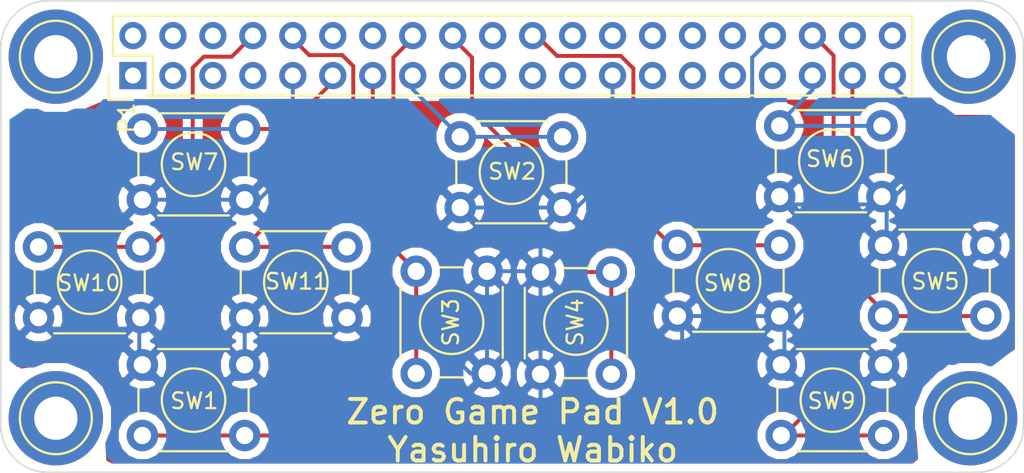
<source format=kicad_pcb>
(kicad_pcb (version 4) (host pcbnew 4.0.4-stable)

  (general
    (links 47)
    (no_connects 0)
    (area 148.451099 74.953599 213.551101 105.053601)
    (thickness 1.6)
    (drawings 15)
    (tracks 143)
    (zones 0)
    (modules 16)
    (nets 38)
  )

  (page A4)
  (layers
    (0 F.Cu signal)
    (31 B.Cu signal)
    (32 B.Adhes user hide)
    (33 F.Adhes user hide)
    (34 B.Paste user hide)
    (35 F.Paste user hide)
    (36 B.SilkS user)
    (37 F.SilkS user)
    (38 B.Mask user)
    (39 F.Mask user)
    (40 Dwgs.User user hide)
    (41 Cmts.User user hide)
    (42 Eco1.User user hide)
    (43 Eco2.User user hide)
    (44 Edge.Cuts user)
    (45 Margin user hide)
    (46 B.CrtYd user hide)
    (47 F.CrtYd user hide)
    (48 B.Fab user hide)
    (49 F.Fab user hide)
  )

  (setup
    (last_trace_width 0.25)
    (trace_clearance 0.2)
    (zone_clearance 0.508)
    (zone_45_only no)
    (trace_min 0.2)
    (segment_width 0.2)
    (edge_width 0.15)
    (via_size 0.6)
    (via_drill 0.4)
    (via_min_size 0.4)
    (via_min_drill 0.3)
    (uvia_size 0.3)
    (uvia_drill 0.1)
    (uvias_allowed no)
    (uvia_min_size 0.2)
    (uvia_min_drill 0.1)
    (pcb_text_width 0.3)
    (pcb_text_size 1.5 1.5)
    (mod_edge_width 0.15)
    (mod_text_size 1 1)
    (mod_text_width 0.15)
    (pad_size 6 6)
    (pad_drill 2.75)
    (pad_to_mask_clearance 0.2)
    (aux_axis_origin 148.5 105.06)
    (grid_origin 50.8 99.06)
    (visible_elements 7FFFFFFF)
    (pcbplotparams
      (layerselection 0x010f0_80000001)
      (usegerberextensions true)
      (excludeedgelayer true)
      (linewidth 0.100000)
      (plotframeref false)
      (viasonmask false)
      (mode 1)
      (useauxorigin false)
      (hpglpennumber 1)
      (hpglpenspeed 20)
      (hpglpendiameter 15)
      (hpglpenoverlay 2)
      (psnegative false)
      (psa4output false)
      (plotreference true)
      (plotvalue true)
      (plotinvisibletext false)
      (padsonsilk false)
      (subtractmaskfromsilk false)
      (outputformat 1)
      (mirror false)
      (drillshape 0)
      (scaleselection 1)
      (outputdirectory ""))
  )

  (net 0 "")
  (net 1 GND)
  (net 2 "Net-(P1-Pad1)")
  (net 3 "Net-(P1-Pad4)")
  (net 4 "Net-(P1-Pad7)")
  (net 5 "Net-(P1-Pad8)")
  (net 6 "Net-(P1-Pad10)")
  (net 7 "Net-(P1-Pad11)")
  (net 8 "Net-(P1-Pad12)")
  (net 9 "Net-(P1-Pad13)")
  (net 10 "Net-(P1-Pad14)")
  (net 11 "Net-(P1-Pad15)")
  (net 12 "Net-(P1-Pad16)")
  (net 13 "Net-(P1-Pad17)")
  (net 14 "Net-(P1-Pad18)")
  (net 15 "Net-(P1-Pad19)")
  (net 16 "Net-(P1-Pad20)")
  (net 17 "Net-(P1-Pad21)")
  (net 18 "Net-(P1-Pad22)")
  (net 19 "Net-(P1-Pad23)")
  (net 20 "Net-(P1-Pad24)")
  (net 21 "Net-(P1-Pad26)")
  (net 22 "Net-(P1-Pad27)")
  (net 23 "Net-(P1-Pad28)")
  (net 24 "Net-(P1-Pad29)")
  (net 25 "Net-(P1-Pad30)")
  (net 26 "Net-(P1-Pad31)")
  (net 27 "Net-(P1-Pad32)")
  (net 28 "Net-(P1-Pad33)")
  (net 29 "Net-(P1-Pad35)")
  (net 30 "Net-(P1-Pad36)")
  (net 31 "Net-(P1-Pad37)")
  (net 32 "Net-(P1-Pad38)")
  (net 33 "Net-(P1-Pad40)")
  (net 34 "Net-(P1-Pad6)")
  (net 35 "Net-(P1-Pad2)")
  (net 36 "Net-(P1-Pad3)")
  (net 37 "Net-(P1-Pad5)")

  (net_class Default "This is the default net class."
    (clearance 0.2)
    (trace_width 0.25)
    (via_dia 0.6)
    (via_drill 0.4)
    (uvia_dia 0.3)
    (uvia_drill 0.1)
    (add_net GND)
    (add_net "Net-(P1-Pad1)")
    (add_net "Net-(P1-Pad10)")
    (add_net "Net-(P1-Pad11)")
    (add_net "Net-(P1-Pad12)")
    (add_net "Net-(P1-Pad13)")
    (add_net "Net-(P1-Pad14)")
    (add_net "Net-(P1-Pad15)")
    (add_net "Net-(P1-Pad16)")
    (add_net "Net-(P1-Pad17)")
    (add_net "Net-(P1-Pad18)")
    (add_net "Net-(P1-Pad19)")
    (add_net "Net-(P1-Pad2)")
    (add_net "Net-(P1-Pad20)")
    (add_net "Net-(P1-Pad21)")
    (add_net "Net-(P1-Pad22)")
    (add_net "Net-(P1-Pad23)")
    (add_net "Net-(P1-Pad24)")
    (add_net "Net-(P1-Pad26)")
    (add_net "Net-(P1-Pad27)")
    (add_net "Net-(P1-Pad28)")
    (add_net "Net-(P1-Pad29)")
    (add_net "Net-(P1-Pad3)")
    (add_net "Net-(P1-Pad30)")
    (add_net "Net-(P1-Pad31)")
    (add_net "Net-(P1-Pad32)")
    (add_net "Net-(P1-Pad33)")
    (add_net "Net-(P1-Pad35)")
    (add_net "Net-(P1-Pad36)")
    (add_net "Net-(P1-Pad37)")
    (add_net "Net-(P1-Pad38)")
    (add_net "Net-(P1-Pad4)")
    (add_net "Net-(P1-Pad40)")
    (add_net "Net-(P1-Pad5)")
    (add_net "Net-(P1-Pad6)")
    (add_net "Net-(P1-Pad7)")
    (add_net "Net-(P1-Pad8)")
  )

  (module Buttons_Switches_ThroughHole:SW_PUSH_6mm (layer F.Cu) (tedit 584113B4) (tstamp 58409313)
    (at 187.3 92.26 270)
    (descr https://www.omron.com/ecb/products/pdf/en-b3f.pdf)
    (tags "tact sw push 6mm")
    (path /5840B704)
    (fp_text reference SW4 (at 3.2 2.3 270) (layer F.SilkS)
      (effects (font (size 1 1) (thickness 0.15)))
    )
    (fp_text value SPST (at 3.75 6.7 270) (layer F.Fab)
      (effects (font (size 1 1) (thickness 0.15)))
    )
    (fp_line (start 3.25 -0.75) (end 6.25 -0.75) (layer F.Fab) (width 0.15))
    (fp_line (start 6.25 -0.75) (end 6.25 5.25) (layer F.Fab) (width 0.15))
    (fp_line (start 6.25 5.25) (end 0.25 5.25) (layer F.Fab) (width 0.15))
    (fp_line (start 0.25 5.25) (end 0.25 -0.75) (layer F.Fab) (width 0.15))
    (fp_line (start 0.25 -0.75) (end 3.25 -0.75) (layer F.Fab) (width 0.15))
    (fp_line (start 7.75 6) (end 8 6) (layer F.CrtYd) (width 0.05))
    (fp_line (start 8 6) (end 8 5.75) (layer F.CrtYd) (width 0.05))
    (fp_line (start 7.75 -1.5) (end 8 -1.5) (layer F.CrtYd) (width 0.05))
    (fp_line (start 8 -1.5) (end 8 -1.25) (layer F.CrtYd) (width 0.05))
    (fp_line (start -1.5 -1.25) (end -1.5 -1.5) (layer F.CrtYd) (width 0.05))
    (fp_line (start -1.5 -1.5) (end -1.25 -1.5) (layer F.CrtYd) (width 0.05))
    (fp_line (start -1.5 5.75) (end -1.5 6) (layer F.CrtYd) (width 0.05))
    (fp_line (start -1.5 6) (end -1.25 6) (layer F.CrtYd) (width 0.05))
    (fp_circle (center 3.25 2.25) (end 1.25 2.5) (layer F.SilkS) (width 0.15))
    (fp_line (start -1.25 -1.5) (end 7.75 -1.5) (layer F.CrtYd) (width 0.05))
    (fp_line (start -1.5 5.75) (end -1.5 -1.25) (layer F.CrtYd) (width 0.05))
    (fp_line (start 7.75 6) (end -1.25 6) (layer F.CrtYd) (width 0.05))
    (fp_line (start 8 -1.25) (end 8 5.75) (layer F.CrtYd) (width 0.05))
    (fp_line (start 1 5.5) (end 5.5 5.5) (layer F.SilkS) (width 0.15))
    (fp_line (start -0.25 1.5) (end -0.25 3) (layer F.SilkS) (width 0.15))
    (fp_line (start 5.5 -1) (end 1 -1) (layer F.SilkS) (width 0.15))
    (fp_line (start 6.75 3) (end 6.75 1.5) (layer F.SilkS) (width 0.15))
    (pad 2 thru_hole circle (at 0 4.5) (size 2 2) (drill 1.1) (layers *.Cu *.Mask)
      (net 1 GND))
    (pad 1 thru_hole circle (at 0 0) (size 2 2) (drill 1.1) (layers *.Cu *.Mask)
      (net 14 "Net-(P1-Pad18)"))
    (pad 2 thru_hole circle (at 6.5 4.5) (size 2 2) (drill 1.1) (layers *.Cu *.Mask)
      (net 1 GND))
    (pad 1 thru_hole circle (at 6.5 0) (size 2 2) (drill 1.1) (layers *.Cu *.Mask)
      (net 14 "Net-(P1-Pad18)"))
  )

  (module Connect:1pin (layer F.Cu) (tedit 582FC725) (tstamp 582E59D8)
    (at 152 78.56)
    (descr "module 1 pin (ou trou mecanique de percage)")
    (tags DEV)
    (fp_text reference "" (at 0 -3.048) (layer F.SilkS)
      (effects (font (size 1 1) (thickness 0.15)))
    )
    (fp_text value 1pin (at 0 2.794) (layer F.Fab)
      (effects (font (size 1 1) (thickness 0.15)))
    )
    (fp_circle (center 0 0) (end 0 -2.286) (layer F.SilkS) (width 0.15))
    (pad "" np_thru_hole circle (at 0 0) (size 6 6) (drill 2.75) (layers *.Cu *.Mask))
  )

  (module Connect:1pin (layer F.Cu) (tedit 582FC72B) (tstamp 582E59CD)
    (at 152 101.56)
    (descr "module 1 pin (ou trou mecanique de percage)")
    (tags DEV)
    (fp_text reference "" (at 0 -3.048) (layer F.SilkS)
      (effects (font (size 1 1) (thickness 0.15)))
    )
    (fp_text value 1pin (at 0 2.794) (layer F.Fab)
      (effects (font (size 1 1) (thickness 0.15)))
    )
    (fp_circle (center 0 0) (end 0 -2.286) (layer F.SilkS) (width 0.15))
    (pad "" np_thru_hole circle (at 0 0) (size 6 6) (drill 2.75) (layers *.Cu *.Mask))
  )

  (module Connect:1pin (layer F.Cu) (tedit 582FC71D) (tstamp 582E589D)
    (at 210.1 101.56)
    (descr "module 1 pin (ou trou mecanique de percage)")
    (tags DEV)
    (fp_text reference "" (at 0 -3.048) (layer F.SilkS)
      (effects (font (size 1 1) (thickness 0.15)))
    )
    (fp_text value 1pin (at 0 2.794) (layer F.Fab)
      (effects (font (size 1 1) (thickness 0.15)))
    )
    (fp_circle (center 0 0) (end 0 -2.286) (layer F.SilkS) (width 0.15))
    (pad "" np_thru_hole circle (at 0 0) (size 6 6) (drill 2.75) (layers *.Cu *.Mask))
  )

  (module Pin_Headers:Pin_Header_Straight_2x20 (layer F.Cu) (tedit 5840A29D) (tstamp 582E4CF6)
    (at 156.9 79.76 90)
    (descr "Through hole pin header")
    (tags "pin header")
    (path /582E40D1)
    (fp_text reference P1 (at -2.7 -0.4 90) (layer F.SilkS)
      (effects (font (size 1 1) (thickness 0.15)))
    )
    (fp_text value CONN_02X20 (at 0 -3.1 90) (layer F.Fab)
      (effects (font (size 1 1) (thickness 0.15)))
    )
    (fp_line (start -1.75 -1.75) (end -1.75 50.05) (layer F.CrtYd) (width 0.05))
    (fp_line (start 4.3 -1.75) (end 4.3 50.05) (layer F.CrtYd) (width 0.05))
    (fp_line (start -1.75 -1.75) (end 4.3 -1.75) (layer F.CrtYd) (width 0.05))
    (fp_line (start -1.75 50.05) (end 4.3 50.05) (layer F.CrtYd) (width 0.05))
    (fp_line (start 3.81 49.53) (end 3.81 -1.27) (layer F.SilkS) (width 0.15))
    (fp_line (start -1.27 1.27) (end -1.27 49.53) (layer F.SilkS) (width 0.15))
    (fp_line (start 3.81 49.53) (end -1.27 49.53) (layer F.SilkS) (width 0.15))
    (fp_line (start 3.81 -1.27) (end 1.27 -1.27) (layer F.SilkS) (width 0.15))
    (fp_line (start 0 -1.55) (end -1.55 -1.55) (layer F.SilkS) (width 0.15))
    (fp_line (start 1.27 -1.27) (end 1.27 1.27) (layer F.SilkS) (width 0.15))
    (fp_line (start 1.27 1.27) (end -1.27 1.27) (layer F.SilkS) (width 0.15))
    (fp_line (start -1.55 -1.55) (end -1.55 0) (layer F.SilkS) (width 0.15))
    (pad 1 thru_hole rect (at 0 0 90) (size 1.7272 1.7272) (drill 1.016) (layers *.Cu *.Mask)
      (net 2 "Net-(P1-Pad1)"))
    (pad 2 thru_hole oval (at 2.54 0 90) (size 1.7272 1.7272) (drill 1.016) (layers *.Cu *.Mask)
      (net 35 "Net-(P1-Pad2)"))
    (pad 3 thru_hole oval (at 0 2.54 90) (size 1.7272 1.7272) (drill 1.016) (layers *.Cu *.Mask)
      (net 36 "Net-(P1-Pad3)"))
    (pad 4 thru_hole oval (at 2.54 2.54 90) (size 1.7272 1.7272) (drill 1.016) (layers *.Cu *.Mask)
      (net 3 "Net-(P1-Pad4)"))
    (pad 5 thru_hole oval (at 0 5.08 90) (size 1.7272 1.7272) (drill 1.016) (layers *.Cu *.Mask)
      (net 37 "Net-(P1-Pad5)"))
    (pad 6 thru_hole oval (at 2.54 5.08 90) (size 1.7272 1.7272) (drill 1.016) (layers *.Cu *.Mask)
      (net 34 "Net-(P1-Pad6)"))
    (pad 7 thru_hole oval (at 0 7.62 90) (size 1.7272 1.7272) (drill 1.016) (layers *.Cu *.Mask)
      (net 4 "Net-(P1-Pad7)"))
    (pad 8 thru_hole oval (at 2.54 7.62 90) (size 1.7272 1.7272) (drill 1.016) (layers *.Cu *.Mask)
      (net 5 "Net-(P1-Pad8)"))
    (pad 9 thru_hole oval (at 0 10.16 90) (size 1.7272 1.7272) (drill 1.016) (layers *.Cu *.Mask)
      (net 1 GND))
    (pad 10 thru_hole oval (at 2.54 10.16 90) (size 1.7272 1.7272) (drill 1.016) (layers *.Cu *.Mask)
      (net 6 "Net-(P1-Pad10)"))
    (pad 11 thru_hole oval (at 0 12.7 90) (size 1.7272 1.7272) (drill 1.016) (layers *.Cu *.Mask)
      (net 7 "Net-(P1-Pad11)"))
    (pad 12 thru_hole oval (at 2.54 12.7 90) (size 1.7272 1.7272) (drill 1.016) (layers *.Cu *.Mask)
      (net 8 "Net-(P1-Pad12)"))
    (pad 13 thru_hole oval (at 0 15.24 90) (size 1.7272 1.7272) (drill 1.016) (layers *.Cu *.Mask)
      (net 9 "Net-(P1-Pad13)"))
    (pad 14 thru_hole oval (at 2.54 15.24 90) (size 1.7272 1.7272) (drill 1.016) (layers *.Cu *.Mask)
      (net 10 "Net-(P1-Pad14)"))
    (pad 15 thru_hole oval (at 0 17.78 90) (size 1.7272 1.7272) (drill 1.016) (layers *.Cu *.Mask)
      (net 11 "Net-(P1-Pad15)"))
    (pad 16 thru_hole oval (at 2.54 17.78 90) (size 1.7272 1.7272) (drill 1.016) (layers *.Cu *.Mask)
      (net 12 "Net-(P1-Pad16)"))
    (pad 17 thru_hole oval (at 0 20.32 90) (size 1.7272 1.7272) (drill 1.016) (layers *.Cu *.Mask)
      (net 13 "Net-(P1-Pad17)"))
    (pad 18 thru_hole oval (at 2.54 20.32 90) (size 1.7272 1.7272) (drill 1.016) (layers *.Cu *.Mask)
      (net 14 "Net-(P1-Pad18)"))
    (pad 19 thru_hole oval (at 0 22.86 90) (size 1.7272 1.7272) (drill 1.016) (layers *.Cu *.Mask)
      (net 15 "Net-(P1-Pad19)"))
    (pad 20 thru_hole oval (at 2.54 22.86 90) (size 1.7272 1.7272) (drill 1.016) (layers *.Cu *.Mask)
      (net 16 "Net-(P1-Pad20)"))
    (pad 21 thru_hole oval (at 0 25.4 90) (size 1.7272 1.7272) (drill 1.016) (layers *.Cu *.Mask)
      (net 17 "Net-(P1-Pad21)"))
    (pad 22 thru_hole oval (at 2.54 25.4 90) (size 1.7272 1.7272) (drill 1.016) (layers *.Cu *.Mask)
      (net 18 "Net-(P1-Pad22)"))
    (pad 23 thru_hole oval (at 0 27.94 90) (size 1.7272 1.7272) (drill 1.016) (layers *.Cu *.Mask)
      (net 19 "Net-(P1-Pad23)"))
    (pad 24 thru_hole oval (at 2.54 27.94 90) (size 1.7272 1.7272) (drill 1.016) (layers *.Cu *.Mask)
      (net 20 "Net-(P1-Pad24)"))
    (pad 25 thru_hole oval (at 0 30.48 90) (size 1.7272 1.7272) (drill 1.016) (layers *.Cu *.Mask)
      (net 1 GND))
    (pad 26 thru_hole oval (at 2.54 30.48 90) (size 1.7272 1.7272) (drill 1.016) (layers *.Cu *.Mask)
      (net 21 "Net-(P1-Pad26)"))
    (pad 27 thru_hole oval (at 0 33.02 90) (size 1.7272 1.7272) (drill 1.016) (layers *.Cu *.Mask)
      (net 22 "Net-(P1-Pad27)"))
    (pad 28 thru_hole oval (at 2.54 33.02 90) (size 1.7272 1.7272) (drill 1.016) (layers *.Cu *.Mask)
      (net 23 "Net-(P1-Pad28)"))
    (pad 29 thru_hole oval (at 0 35.56 90) (size 1.7272 1.7272) (drill 1.016) (layers *.Cu *.Mask)
      (net 24 "Net-(P1-Pad29)"))
    (pad 30 thru_hole oval (at 2.54 35.56 90) (size 1.7272 1.7272) (drill 1.016) (layers *.Cu *.Mask)
      (net 25 "Net-(P1-Pad30)"))
    (pad 31 thru_hole oval (at 0 38.1 90) (size 1.7272 1.7272) (drill 1.016) (layers *.Cu *.Mask)
      (net 26 "Net-(P1-Pad31)"))
    (pad 32 thru_hole oval (at 2.54 38.1 90) (size 1.7272 1.7272) (drill 1.016) (layers *.Cu *.Mask)
      (net 27 "Net-(P1-Pad32)"))
    (pad 33 thru_hole oval (at 0 40.64 90) (size 1.7272 1.7272) (drill 1.016) (layers *.Cu *.Mask)
      (net 28 "Net-(P1-Pad33)"))
    (pad 34 thru_hole oval (at 2.54 40.64 90) (size 1.7272 1.7272) (drill 1.016) (layers *.Cu *.Mask)
      (net 1 GND))
    (pad 35 thru_hole oval (at 0 43.18 90) (size 1.7272 1.7272) (drill 1.016) (layers *.Cu *.Mask)
      (net 29 "Net-(P1-Pad35)"))
    (pad 36 thru_hole oval (at 2.54 43.18 90) (size 1.7272 1.7272) (drill 1.016) (layers *.Cu *.Mask)
      (net 30 "Net-(P1-Pad36)"))
    (pad 37 thru_hole oval (at 0 45.72 90) (size 1.7272 1.7272) (drill 1.016) (layers *.Cu *.Mask)
      (net 31 "Net-(P1-Pad37)"))
    (pad 38 thru_hole oval (at 2.54 45.72 90) (size 1.7272 1.7272) (drill 1.016) (layers *.Cu *.Mask)
      (net 32 "Net-(P1-Pad38)"))
    (pad 39 thru_hole oval (at 0 48.26 90) (size 1.7272 1.7272) (drill 1.016) (layers *.Cu *.Mask)
      (net 1 GND))
    (pad 40 thru_hole oval (at 2.54 48.26 90) (size 1.7272 1.7272) (drill 1.016) (layers *.Cu *.Mask)
      (net 33 "Net-(P1-Pad40)"))
    (model Pin_Headers.3dshapes/Pin_Header_Straight_2x20.wrl
      (at (xyz 0.05 -0.95 0))
      (scale (xyz 1 1 1))
      (rotate (xyz 0 0 90))
    )
  )

  (module Connect:1pin (layer F.Cu) (tedit 582FC714) (tstamp 582E53DD)
    (at 210 78.56)
    (descr "module 1 pin (ou trou mecanique de percage)")
    (tags DEV)
    (fp_text reference "" (at 0 -3.048) (layer F.SilkS)
      (effects (font (size 1 1) (thickness 0.15)))
    )
    (fp_text value 1pin (at 0 2.794) (layer F.Fab)
      (effects (font (size 1 1) (thickness 0.15)))
    )
    (fp_circle (center 0 0) (end 0 -2.286) (layer F.SilkS) (width 0.15))
    (pad "" np_thru_hole circle (at 0 0) (size 6 6) (drill 2.75) (layers *.Cu *.Mask))
  )

  (module Buttons_Switches_ThroughHole:SW_PUSH_6mm (layer F.Cu) (tedit 584113AC) (tstamp 584092FB)
    (at 164 102.66 180)
    (descr https://www.omron.com/ecb/products/pdf/en-b3f.pdf)
    (tags "tact sw push 6mm")
    (path /5840B646)
    (fp_text reference SW1 (at 3.2 2.2 180) (layer F.SilkS)
      (effects (font (size 1 1) (thickness 0.15)))
    )
    (fp_text value SPST (at 3.75 6.7 180) (layer F.Fab)
      (effects (font (size 1 1) (thickness 0.15)))
    )
    (fp_line (start 3.25 -0.75) (end 6.25 -0.75) (layer F.Fab) (width 0.15))
    (fp_line (start 6.25 -0.75) (end 6.25 5.25) (layer F.Fab) (width 0.15))
    (fp_line (start 6.25 5.25) (end 0.25 5.25) (layer F.Fab) (width 0.15))
    (fp_line (start 0.25 5.25) (end 0.25 -0.75) (layer F.Fab) (width 0.15))
    (fp_line (start 0.25 -0.75) (end 3.25 -0.75) (layer F.Fab) (width 0.15))
    (fp_line (start 7.75 6) (end 8 6) (layer F.CrtYd) (width 0.05))
    (fp_line (start 8 6) (end 8 5.75) (layer F.CrtYd) (width 0.05))
    (fp_line (start 7.75 -1.5) (end 8 -1.5) (layer F.CrtYd) (width 0.05))
    (fp_line (start 8 -1.5) (end 8 -1.25) (layer F.CrtYd) (width 0.05))
    (fp_line (start -1.5 -1.25) (end -1.5 -1.5) (layer F.CrtYd) (width 0.05))
    (fp_line (start -1.5 -1.5) (end -1.25 -1.5) (layer F.CrtYd) (width 0.05))
    (fp_line (start -1.5 5.75) (end -1.5 6) (layer F.CrtYd) (width 0.05))
    (fp_line (start -1.5 6) (end -1.25 6) (layer F.CrtYd) (width 0.05))
    (fp_circle (center 3.25 2.25) (end 1.25 2.5) (layer F.SilkS) (width 0.15))
    (fp_line (start -1.25 -1.5) (end 7.75 -1.5) (layer F.CrtYd) (width 0.05))
    (fp_line (start -1.5 5.75) (end -1.5 -1.25) (layer F.CrtYd) (width 0.05))
    (fp_line (start 7.75 6) (end -1.25 6) (layer F.CrtYd) (width 0.05))
    (fp_line (start 8 -1.25) (end 8 5.75) (layer F.CrtYd) (width 0.05))
    (fp_line (start 1 5.5) (end 5.5 5.5) (layer F.SilkS) (width 0.15))
    (fp_line (start -0.25 1.5) (end -0.25 3) (layer F.SilkS) (width 0.15))
    (fp_line (start 5.5 -1) (end 1 -1) (layer F.SilkS) (width 0.15))
    (fp_line (start 6.75 3) (end 6.75 1.5) (layer F.SilkS) (width 0.15))
    (pad 2 thru_hole circle (at 0 4.5 270) (size 2 2) (drill 1.1) (layers *.Cu *.Mask)
      (net 1 GND))
    (pad 1 thru_hole circle (at 0 0 270) (size 2 2) (drill 1.1) (layers *.Cu *.Mask)
      (net 9 "Net-(P1-Pad13)"))
    (pad 2 thru_hole circle (at 6.5 4.5 270) (size 2 2) (drill 1.1) (layers *.Cu *.Mask)
      (net 1 GND))
    (pad 1 thru_hole circle (at 6.5 0 270) (size 2 2) (drill 1.1) (layers *.Cu *.Mask)
      (net 9 "Net-(P1-Pad13)"))
  )

  (module Buttons_Switches_ThroughHole:SW_PUSH_6mm (layer F.Cu) (tedit 584113A0) (tstamp 58409303)
    (at 177.7 83.66)
    (descr https://www.omron.com/ecb/products/pdf/en-b3f.pdf)
    (tags "tact sw push 6mm")
    (path /5840B676)
    (fp_text reference SW2 (at 3.3 2.2) (layer F.SilkS)
      (effects (font (size 1 1) (thickness 0.15)))
    )
    (fp_text value SPST (at 3.75 6.7) (layer F.Fab)
      (effects (font (size 1 1) (thickness 0.15)))
    )
    (fp_line (start 3.25 -0.75) (end 6.25 -0.75) (layer F.Fab) (width 0.15))
    (fp_line (start 6.25 -0.75) (end 6.25 5.25) (layer F.Fab) (width 0.15))
    (fp_line (start 6.25 5.25) (end 0.25 5.25) (layer F.Fab) (width 0.15))
    (fp_line (start 0.25 5.25) (end 0.25 -0.75) (layer F.Fab) (width 0.15))
    (fp_line (start 0.25 -0.75) (end 3.25 -0.75) (layer F.Fab) (width 0.15))
    (fp_line (start 7.75 6) (end 8 6) (layer F.CrtYd) (width 0.05))
    (fp_line (start 8 6) (end 8 5.75) (layer F.CrtYd) (width 0.05))
    (fp_line (start 7.75 -1.5) (end 8 -1.5) (layer F.CrtYd) (width 0.05))
    (fp_line (start 8 -1.5) (end 8 -1.25) (layer F.CrtYd) (width 0.05))
    (fp_line (start -1.5 -1.25) (end -1.5 -1.5) (layer F.CrtYd) (width 0.05))
    (fp_line (start -1.5 -1.5) (end -1.25 -1.5) (layer F.CrtYd) (width 0.05))
    (fp_line (start -1.5 5.75) (end -1.5 6) (layer F.CrtYd) (width 0.05))
    (fp_line (start -1.5 6) (end -1.25 6) (layer F.CrtYd) (width 0.05))
    (fp_circle (center 3.25 2.25) (end 1.25 2.5) (layer F.SilkS) (width 0.15))
    (fp_line (start -1.25 -1.5) (end 7.75 -1.5) (layer F.CrtYd) (width 0.05))
    (fp_line (start -1.5 5.75) (end -1.5 -1.25) (layer F.CrtYd) (width 0.05))
    (fp_line (start 7.75 6) (end -1.25 6) (layer F.CrtYd) (width 0.05))
    (fp_line (start 8 -1.25) (end 8 5.75) (layer F.CrtYd) (width 0.05))
    (fp_line (start 1 5.5) (end 5.5 5.5) (layer F.SilkS) (width 0.15))
    (fp_line (start -0.25 1.5) (end -0.25 3) (layer F.SilkS) (width 0.15))
    (fp_line (start 5.5 -1) (end 1 -1) (layer F.SilkS) (width 0.15))
    (fp_line (start 6.75 3) (end 6.75 1.5) (layer F.SilkS) (width 0.15))
    (pad 2 thru_hole circle (at 0 4.5 90) (size 2 2) (drill 1.1) (layers *.Cu *.Mask)
      (net 1 GND))
    (pad 1 thru_hole circle (at 0 0 90) (size 2 2) (drill 1.1) (layers *.Cu *.Mask)
      (net 11 "Net-(P1-Pad15)"))
    (pad 2 thru_hole circle (at 6.5 4.5 90) (size 2 2) (drill 1.1) (layers *.Cu *.Mask)
      (net 1 GND))
    (pad 1 thru_hole circle (at 6.5 0 90) (size 2 2) (drill 1.1) (layers *.Cu *.Mask)
      (net 11 "Net-(P1-Pad15)"))
  )

  (module Buttons_Switches_ThroughHole:SW_PUSH_6mm (layer F.Cu) (tedit 584113B2) (tstamp 5840930B)
    (at 174.9 98.71 90)
    (descr https://www.omron.com/ecb/products/pdf/en-b3f.pdf)
    (tags "tact sw push 6mm")
    (path /5840B6C0)
    (fp_text reference SW3 (at 3.25 2.2 90) (layer F.SilkS)
      (effects (font (size 1 1) (thickness 0.15)))
    )
    (fp_text value SPST (at 3.75 6.7 90) (layer F.Fab)
      (effects (font (size 1 1) (thickness 0.15)))
    )
    (fp_line (start 3.25 -0.75) (end 6.25 -0.75) (layer F.Fab) (width 0.15))
    (fp_line (start 6.25 -0.75) (end 6.25 5.25) (layer F.Fab) (width 0.15))
    (fp_line (start 6.25 5.25) (end 0.25 5.25) (layer F.Fab) (width 0.15))
    (fp_line (start 0.25 5.25) (end 0.25 -0.75) (layer F.Fab) (width 0.15))
    (fp_line (start 0.25 -0.75) (end 3.25 -0.75) (layer F.Fab) (width 0.15))
    (fp_line (start 7.75 6) (end 8 6) (layer F.CrtYd) (width 0.05))
    (fp_line (start 8 6) (end 8 5.75) (layer F.CrtYd) (width 0.05))
    (fp_line (start 7.75 -1.5) (end 8 -1.5) (layer F.CrtYd) (width 0.05))
    (fp_line (start 8 -1.5) (end 8 -1.25) (layer F.CrtYd) (width 0.05))
    (fp_line (start -1.5 -1.25) (end -1.5 -1.5) (layer F.CrtYd) (width 0.05))
    (fp_line (start -1.5 -1.5) (end -1.25 -1.5) (layer F.CrtYd) (width 0.05))
    (fp_line (start -1.5 5.75) (end -1.5 6) (layer F.CrtYd) (width 0.05))
    (fp_line (start -1.5 6) (end -1.25 6) (layer F.CrtYd) (width 0.05))
    (fp_circle (center 3.25 2.25) (end 1.25 2.5) (layer F.SilkS) (width 0.15))
    (fp_line (start -1.25 -1.5) (end 7.75 -1.5) (layer F.CrtYd) (width 0.05))
    (fp_line (start -1.5 5.75) (end -1.5 -1.25) (layer F.CrtYd) (width 0.05))
    (fp_line (start 7.75 6) (end -1.25 6) (layer F.CrtYd) (width 0.05))
    (fp_line (start 8 -1.25) (end 8 5.75) (layer F.CrtYd) (width 0.05))
    (fp_line (start 1 5.5) (end 5.5 5.5) (layer F.SilkS) (width 0.15))
    (fp_line (start -0.25 1.5) (end -0.25 3) (layer F.SilkS) (width 0.15))
    (fp_line (start 5.5 -1) (end 1 -1) (layer F.SilkS) (width 0.15))
    (fp_line (start 6.75 3) (end 6.75 1.5) (layer F.SilkS) (width 0.15))
    (pad 2 thru_hole circle (at 0 4.5 180) (size 2 2) (drill 1.1) (layers *.Cu *.Mask)
      (net 1 GND))
    (pad 1 thru_hole circle (at 0 0 180) (size 2 2) (drill 1.1) (layers *.Cu *.Mask)
      (net 12 "Net-(P1-Pad16)"))
    (pad 2 thru_hole circle (at 6.5 4.5 180) (size 2 2) (drill 1.1) (layers *.Cu *.Mask)
      (net 1 GND))
    (pad 1 thru_hole circle (at 6.5 0 180) (size 2 2) (drill 1.1) (layers *.Cu *.Mask)
      (net 12 "Net-(P1-Pad16)"))
  )

  (module Buttons_Switches_ThroughHole:SW_PUSH_6mm (layer F.Cu) (tedit 584113C0) (tstamp 5840931B)
    (at 211.1 95.06 180)
    (descr https://www.omron.com/ecb/products/pdf/en-b3f.pdf)
    (tags "tact sw push 6mm")
    (path /5840B73D)
    (fp_text reference SW5 (at 3.2 2.2 180) (layer F.SilkS)
      (effects (font (size 1 1) (thickness 0.15)))
    )
    (fp_text value SPST (at 3.75 6.7 180) (layer F.Fab)
      (effects (font (size 1 1) (thickness 0.15)))
    )
    (fp_line (start 3.25 -0.75) (end 6.25 -0.75) (layer F.Fab) (width 0.15))
    (fp_line (start 6.25 -0.75) (end 6.25 5.25) (layer F.Fab) (width 0.15))
    (fp_line (start 6.25 5.25) (end 0.25 5.25) (layer F.Fab) (width 0.15))
    (fp_line (start 0.25 5.25) (end 0.25 -0.75) (layer F.Fab) (width 0.15))
    (fp_line (start 0.25 -0.75) (end 3.25 -0.75) (layer F.Fab) (width 0.15))
    (fp_line (start 7.75 6) (end 8 6) (layer F.CrtYd) (width 0.05))
    (fp_line (start 8 6) (end 8 5.75) (layer F.CrtYd) (width 0.05))
    (fp_line (start 7.75 -1.5) (end 8 -1.5) (layer F.CrtYd) (width 0.05))
    (fp_line (start 8 -1.5) (end 8 -1.25) (layer F.CrtYd) (width 0.05))
    (fp_line (start -1.5 -1.25) (end -1.5 -1.5) (layer F.CrtYd) (width 0.05))
    (fp_line (start -1.5 -1.5) (end -1.25 -1.5) (layer F.CrtYd) (width 0.05))
    (fp_line (start -1.5 5.75) (end -1.5 6) (layer F.CrtYd) (width 0.05))
    (fp_line (start -1.5 6) (end -1.25 6) (layer F.CrtYd) (width 0.05))
    (fp_circle (center 3.25 2.25) (end 1.25 2.5) (layer F.SilkS) (width 0.15))
    (fp_line (start -1.25 -1.5) (end 7.75 -1.5) (layer F.CrtYd) (width 0.05))
    (fp_line (start -1.5 5.75) (end -1.5 -1.25) (layer F.CrtYd) (width 0.05))
    (fp_line (start 7.75 6) (end -1.25 6) (layer F.CrtYd) (width 0.05))
    (fp_line (start 8 -1.25) (end 8 5.75) (layer F.CrtYd) (width 0.05))
    (fp_line (start 1 5.5) (end 5.5 5.5) (layer F.SilkS) (width 0.15))
    (fp_line (start -0.25 1.5) (end -0.25 3) (layer F.SilkS) (width 0.15))
    (fp_line (start 5.5 -1) (end 1 -1) (layer F.SilkS) (width 0.15))
    (fp_line (start 6.75 3) (end 6.75 1.5) (layer F.SilkS) (width 0.15))
    (pad 2 thru_hole circle (at 0 4.5 270) (size 2 2) (drill 1.1) (layers *.Cu *.Mask)
      (net 1 GND))
    (pad 1 thru_hole circle (at 0 0 270) (size 2 2) (drill 1.1) (layers *.Cu *.Mask)
      (net 31 "Net-(P1-Pad37)"))
    (pad 2 thru_hole circle (at 6.5 4.5 270) (size 2 2) (drill 1.1) (layers *.Cu *.Mask)
      (net 1 GND))
    (pad 1 thru_hole circle (at 6.5 0 270) (size 2 2) (drill 1.1) (layers *.Cu *.Mask)
      (net 31 "Net-(P1-Pad37)"))
  )

  (module Buttons_Switches_ThroughHole:SW_PUSH_6mm (layer F.Cu) (tedit 5841139D) (tstamp 58409323)
    (at 198 82.96)
    (descr https://www.omron.com/ecb/products/pdf/en-b3f.pdf)
    (tags "tact sw push 6mm")
    (path /5840B77F)
    (fp_text reference SW6 (at 3.2 2.1) (layer F.SilkS)
      (effects (font (size 1 1) (thickness 0.15)))
    )
    (fp_text value SPST (at 3.75 6.7) (layer F.Fab)
      (effects (font (size 1 1) (thickness 0.15)))
    )
    (fp_line (start 3.25 -0.75) (end 6.25 -0.75) (layer F.Fab) (width 0.15))
    (fp_line (start 6.25 -0.75) (end 6.25 5.25) (layer F.Fab) (width 0.15))
    (fp_line (start 6.25 5.25) (end 0.25 5.25) (layer F.Fab) (width 0.15))
    (fp_line (start 0.25 5.25) (end 0.25 -0.75) (layer F.Fab) (width 0.15))
    (fp_line (start 0.25 -0.75) (end 3.25 -0.75) (layer F.Fab) (width 0.15))
    (fp_line (start 7.75 6) (end 8 6) (layer F.CrtYd) (width 0.05))
    (fp_line (start 8 6) (end 8 5.75) (layer F.CrtYd) (width 0.05))
    (fp_line (start 7.75 -1.5) (end 8 -1.5) (layer F.CrtYd) (width 0.05))
    (fp_line (start 8 -1.5) (end 8 -1.25) (layer F.CrtYd) (width 0.05))
    (fp_line (start -1.5 -1.25) (end -1.5 -1.5) (layer F.CrtYd) (width 0.05))
    (fp_line (start -1.5 -1.5) (end -1.25 -1.5) (layer F.CrtYd) (width 0.05))
    (fp_line (start -1.5 5.75) (end -1.5 6) (layer F.CrtYd) (width 0.05))
    (fp_line (start -1.5 6) (end -1.25 6) (layer F.CrtYd) (width 0.05))
    (fp_circle (center 3.25 2.25) (end 1.25 2.5) (layer F.SilkS) (width 0.15))
    (fp_line (start -1.25 -1.5) (end 7.75 -1.5) (layer F.CrtYd) (width 0.05))
    (fp_line (start -1.5 5.75) (end -1.5 -1.25) (layer F.CrtYd) (width 0.05))
    (fp_line (start 7.75 6) (end -1.25 6) (layer F.CrtYd) (width 0.05))
    (fp_line (start 8 -1.25) (end 8 5.75) (layer F.CrtYd) (width 0.05))
    (fp_line (start 1 5.5) (end 5.5 5.5) (layer F.SilkS) (width 0.15))
    (fp_line (start -0.25 1.5) (end -0.25 3) (layer F.SilkS) (width 0.15))
    (fp_line (start 5.5 -1) (end 1 -1) (layer F.SilkS) (width 0.15))
    (fp_line (start 6.75 3) (end 6.75 1.5) (layer F.SilkS) (width 0.15))
    (pad 2 thru_hole circle (at 0 4.5 90) (size 2 2) (drill 1.1) (layers *.Cu *.Mask)
      (net 1 GND))
    (pad 1 thru_hole circle (at 0 0 90) (size 2 2) (drill 1.1) (layers *.Cu *.Mask)
      (net 29 "Net-(P1-Pad35)"))
    (pad 2 thru_hole circle (at 6.5 4.5 90) (size 2 2) (drill 1.1) (layers *.Cu *.Mask)
      (net 1 GND))
    (pad 1 thru_hole circle (at 6.5 0 90) (size 2 2) (drill 1.1) (layers *.Cu *.Mask)
      (net 29 "Net-(P1-Pad35)"))
  )

  (module Buttons_Switches_ThroughHole:SW_PUSH_6mm (layer F.Cu) (tedit 584113A3) (tstamp 5840932B)
    (at 157.5 83.16)
    (descr https://www.omron.com/ecb/products/pdf/en-b3f.pdf)
    (tags "tact sw push 6mm")
    (path /5840B167)
    (fp_text reference SW7 (at 3.3 2.1) (layer F.SilkS)
      (effects (font (size 1 1) (thickness 0.15)))
    )
    (fp_text value SPST (at 3.75 6.7) (layer F.Fab)
      (effects (font (size 1 1) (thickness 0.15)))
    )
    (fp_line (start 3.25 -0.75) (end 6.25 -0.75) (layer F.Fab) (width 0.15))
    (fp_line (start 6.25 -0.75) (end 6.25 5.25) (layer F.Fab) (width 0.15))
    (fp_line (start 6.25 5.25) (end 0.25 5.25) (layer F.Fab) (width 0.15))
    (fp_line (start 0.25 5.25) (end 0.25 -0.75) (layer F.Fab) (width 0.15))
    (fp_line (start 0.25 -0.75) (end 3.25 -0.75) (layer F.Fab) (width 0.15))
    (fp_line (start 7.75 6) (end 8 6) (layer F.CrtYd) (width 0.05))
    (fp_line (start 8 6) (end 8 5.75) (layer F.CrtYd) (width 0.05))
    (fp_line (start 7.75 -1.5) (end 8 -1.5) (layer F.CrtYd) (width 0.05))
    (fp_line (start 8 -1.5) (end 8 -1.25) (layer F.CrtYd) (width 0.05))
    (fp_line (start -1.5 -1.25) (end -1.5 -1.5) (layer F.CrtYd) (width 0.05))
    (fp_line (start -1.5 -1.5) (end -1.25 -1.5) (layer F.CrtYd) (width 0.05))
    (fp_line (start -1.5 5.75) (end -1.5 6) (layer F.CrtYd) (width 0.05))
    (fp_line (start -1.5 6) (end -1.25 6) (layer F.CrtYd) (width 0.05))
    (fp_circle (center 3.25 2.25) (end 1.25 2.5) (layer F.SilkS) (width 0.15))
    (fp_line (start -1.25 -1.5) (end 7.75 -1.5) (layer F.CrtYd) (width 0.05))
    (fp_line (start -1.5 5.75) (end -1.5 -1.25) (layer F.CrtYd) (width 0.05))
    (fp_line (start 7.75 6) (end -1.25 6) (layer F.CrtYd) (width 0.05))
    (fp_line (start 8 -1.25) (end 8 5.75) (layer F.CrtYd) (width 0.05))
    (fp_line (start 1 5.5) (end 5.5 5.5) (layer F.SilkS) (width 0.15))
    (fp_line (start -0.25 1.5) (end -0.25 3) (layer F.SilkS) (width 0.15))
    (fp_line (start 5.5 -1) (end 1 -1) (layer F.SilkS) (width 0.15))
    (fp_line (start 6.75 3) (end 6.75 1.5) (layer F.SilkS) (width 0.15))
    (pad 2 thru_hole circle (at 0 4.5 90) (size 2 2) (drill 1.1) (layers *.Cu *.Mask)
      (net 1 GND))
    (pad 1 thru_hole circle (at 0 0 90) (size 2 2) (drill 1.1) (layers *.Cu *.Mask)
      (net 7 "Net-(P1-Pad11)"))
    (pad 2 thru_hole circle (at 6.5 4.5 90) (size 2 2) (drill 1.1) (layers *.Cu *.Mask)
      (net 1 GND))
    (pad 1 thru_hole circle (at 6.5 0 90) (size 2 2) (drill 1.1) (layers *.Cu *.Mask)
      (net 7 "Net-(P1-Pad11)"))
  )

  (module Buttons_Switches_ThroughHole:SW_PUSH_6mm (layer F.Cu) (tedit 584113B8) (tstamp 58410497)
    (at 191.5 90.56)
    (descr https://www.omron.com/ecb/products/pdf/en-b3f.pdf)
    (tags "tact sw push 6mm")
    (path /584104A2)
    (fp_text reference SW8 (at 3.2 2.4) (layer F.SilkS)
      (effects (font (size 1 1) (thickness 0.15)))
    )
    (fp_text value SPST (at 3.75 6.7) (layer F.Fab)
      (effects (font (size 1 1) (thickness 0.15)))
    )
    (fp_line (start 3.25 -0.75) (end 6.25 -0.75) (layer F.Fab) (width 0.15))
    (fp_line (start 6.25 -0.75) (end 6.25 5.25) (layer F.Fab) (width 0.15))
    (fp_line (start 6.25 5.25) (end 0.25 5.25) (layer F.Fab) (width 0.15))
    (fp_line (start 0.25 5.25) (end 0.25 -0.75) (layer F.Fab) (width 0.15))
    (fp_line (start 0.25 -0.75) (end 3.25 -0.75) (layer F.Fab) (width 0.15))
    (fp_line (start 7.75 6) (end 8 6) (layer F.CrtYd) (width 0.05))
    (fp_line (start 8 6) (end 8 5.75) (layer F.CrtYd) (width 0.05))
    (fp_line (start 7.75 -1.5) (end 8 -1.5) (layer F.CrtYd) (width 0.05))
    (fp_line (start 8 -1.5) (end 8 -1.25) (layer F.CrtYd) (width 0.05))
    (fp_line (start -1.5 -1.25) (end -1.5 -1.5) (layer F.CrtYd) (width 0.05))
    (fp_line (start -1.5 -1.5) (end -1.25 -1.5) (layer F.CrtYd) (width 0.05))
    (fp_line (start -1.5 5.75) (end -1.5 6) (layer F.CrtYd) (width 0.05))
    (fp_line (start -1.5 6) (end -1.25 6) (layer F.CrtYd) (width 0.05))
    (fp_circle (center 3.25 2.25) (end 1.25 2.5) (layer F.SilkS) (width 0.15))
    (fp_line (start -1.25 -1.5) (end 7.75 -1.5) (layer F.CrtYd) (width 0.05))
    (fp_line (start -1.5 5.75) (end -1.5 -1.25) (layer F.CrtYd) (width 0.05))
    (fp_line (start 7.75 6) (end -1.25 6) (layer F.CrtYd) (width 0.05))
    (fp_line (start 8 -1.25) (end 8 5.75) (layer F.CrtYd) (width 0.05))
    (fp_line (start 1 5.5) (end 5.5 5.5) (layer F.SilkS) (width 0.15))
    (fp_line (start -0.25 1.5) (end -0.25 3) (layer F.SilkS) (width 0.15))
    (fp_line (start 5.5 -1) (end 1 -1) (layer F.SilkS) (width 0.15))
    (fp_line (start 6.75 3) (end 6.75 1.5) (layer F.SilkS) (width 0.15))
    (pad 2 thru_hole circle (at 0 4.5 90) (size 2 2) (drill 1.1) (layers *.Cu *.Mask)
      (net 1 GND))
    (pad 1 thru_hole circle (at 0 0 90) (size 2 2) (drill 1.1) (layers *.Cu *.Mask)
      (net 18 "Net-(P1-Pad22)"))
    (pad 2 thru_hole circle (at 6.5 4.5 90) (size 2 2) (drill 1.1) (layers *.Cu *.Mask)
      (net 1 GND))
    (pad 1 thru_hole circle (at 6.5 0 90) (size 2 2) (drill 1.1) (layers *.Cu *.Mask)
      (net 18 "Net-(P1-Pad22)"))
  )

  (module Buttons_Switches_ThroughHole:SW_PUSH_6mm (layer F.Cu) (tedit 584113BD) (tstamp 5841049F)
    (at 204.6 102.66 180)
    (descr https://www.omron.com/ecb/products/pdf/en-b3f.pdf)
    (tags "tact sw push 6mm")
    (path /58410462)
    (fp_text reference SW9 (at 3.3 2.2 180) (layer F.SilkS)
      (effects (font (size 1 1) (thickness 0.15)))
    )
    (fp_text value SPST (at 3.75 6.7 180) (layer F.Fab)
      (effects (font (size 1 1) (thickness 0.15)))
    )
    (fp_line (start 3.25 -0.75) (end 6.25 -0.75) (layer F.Fab) (width 0.15))
    (fp_line (start 6.25 -0.75) (end 6.25 5.25) (layer F.Fab) (width 0.15))
    (fp_line (start 6.25 5.25) (end 0.25 5.25) (layer F.Fab) (width 0.15))
    (fp_line (start 0.25 5.25) (end 0.25 -0.75) (layer F.Fab) (width 0.15))
    (fp_line (start 0.25 -0.75) (end 3.25 -0.75) (layer F.Fab) (width 0.15))
    (fp_line (start 7.75 6) (end 8 6) (layer F.CrtYd) (width 0.05))
    (fp_line (start 8 6) (end 8 5.75) (layer F.CrtYd) (width 0.05))
    (fp_line (start 7.75 -1.5) (end 8 -1.5) (layer F.CrtYd) (width 0.05))
    (fp_line (start 8 -1.5) (end 8 -1.25) (layer F.CrtYd) (width 0.05))
    (fp_line (start -1.5 -1.25) (end -1.5 -1.5) (layer F.CrtYd) (width 0.05))
    (fp_line (start -1.5 -1.5) (end -1.25 -1.5) (layer F.CrtYd) (width 0.05))
    (fp_line (start -1.5 5.75) (end -1.5 6) (layer F.CrtYd) (width 0.05))
    (fp_line (start -1.5 6) (end -1.25 6) (layer F.CrtYd) (width 0.05))
    (fp_circle (center 3.25 2.25) (end 1.25 2.5) (layer F.SilkS) (width 0.15))
    (fp_line (start -1.25 -1.5) (end 7.75 -1.5) (layer F.CrtYd) (width 0.05))
    (fp_line (start -1.5 5.75) (end -1.5 -1.25) (layer F.CrtYd) (width 0.05))
    (fp_line (start 7.75 6) (end -1.25 6) (layer F.CrtYd) (width 0.05))
    (fp_line (start 8 -1.25) (end 8 5.75) (layer F.CrtYd) (width 0.05))
    (fp_line (start 1 5.5) (end 5.5 5.5) (layer F.SilkS) (width 0.15))
    (fp_line (start -0.25 1.5) (end -0.25 3) (layer F.SilkS) (width 0.15))
    (fp_line (start 5.5 -1) (end 1 -1) (layer F.SilkS) (width 0.15))
    (fp_line (start 6.75 3) (end 6.75 1.5) (layer F.SilkS) (width 0.15))
    (pad 2 thru_hole circle (at 0 4.5 270) (size 2 2) (drill 1.1) (layers *.Cu *.Mask)
      (net 1 GND))
    (pad 1 thru_hole circle (at 0 0 270) (size 2 2) (drill 1.1) (layers *.Cu *.Mask)
      (net 30 "Net-(P1-Pad36)"))
    (pad 2 thru_hole circle (at 6.5 4.5 270) (size 2 2) (drill 1.1) (layers *.Cu *.Mask)
      (net 1 GND))
    (pad 1 thru_hole circle (at 6.5 0 270) (size 2 2) (drill 1.1) (layers *.Cu *.Mask)
      (net 30 "Net-(P1-Pad36)"))
  )

  (module Buttons_Switches_ThroughHole:SW_PUSH_6mm (layer F.Cu) (tedit 584113A6) (tstamp 584105E1)
    (at 150.9 90.66)
    (descr https://www.omron.com/ecb/products/pdf/en-b3f.pdf)
    (tags "tact sw push 6mm")
    (path /58410D6B)
    (fp_text reference SW10 (at 3.2 2.3) (layer F.SilkS)
      (effects (font (size 1 1) (thickness 0.15)))
    )
    (fp_text value SPST (at 3.75 6.7) (layer F.Fab)
      (effects (font (size 1 1) (thickness 0.15)))
    )
    (fp_line (start 3.25 -0.75) (end 6.25 -0.75) (layer F.Fab) (width 0.15))
    (fp_line (start 6.25 -0.75) (end 6.25 5.25) (layer F.Fab) (width 0.15))
    (fp_line (start 6.25 5.25) (end 0.25 5.25) (layer F.Fab) (width 0.15))
    (fp_line (start 0.25 5.25) (end 0.25 -0.75) (layer F.Fab) (width 0.15))
    (fp_line (start 0.25 -0.75) (end 3.25 -0.75) (layer F.Fab) (width 0.15))
    (fp_line (start 7.75 6) (end 8 6) (layer F.CrtYd) (width 0.05))
    (fp_line (start 8 6) (end 8 5.75) (layer F.CrtYd) (width 0.05))
    (fp_line (start 7.75 -1.5) (end 8 -1.5) (layer F.CrtYd) (width 0.05))
    (fp_line (start 8 -1.5) (end 8 -1.25) (layer F.CrtYd) (width 0.05))
    (fp_line (start -1.5 -1.25) (end -1.5 -1.5) (layer F.CrtYd) (width 0.05))
    (fp_line (start -1.5 -1.5) (end -1.25 -1.5) (layer F.CrtYd) (width 0.05))
    (fp_line (start -1.5 5.75) (end -1.5 6) (layer F.CrtYd) (width 0.05))
    (fp_line (start -1.5 6) (end -1.25 6) (layer F.CrtYd) (width 0.05))
    (fp_circle (center 3.25 2.25) (end 1.25 2.5) (layer F.SilkS) (width 0.15))
    (fp_line (start -1.25 -1.5) (end 7.75 -1.5) (layer F.CrtYd) (width 0.05))
    (fp_line (start -1.5 5.75) (end -1.5 -1.25) (layer F.CrtYd) (width 0.05))
    (fp_line (start 7.75 6) (end -1.25 6) (layer F.CrtYd) (width 0.05))
    (fp_line (start 8 -1.25) (end 8 5.75) (layer F.CrtYd) (width 0.05))
    (fp_line (start 1 5.5) (end 5.5 5.5) (layer F.SilkS) (width 0.15))
    (fp_line (start -0.25 1.5) (end -0.25 3) (layer F.SilkS) (width 0.15))
    (fp_line (start 5.5 -1) (end 1 -1) (layer F.SilkS) (width 0.15))
    (fp_line (start 6.75 3) (end 6.75 1.5) (layer F.SilkS) (width 0.15))
    (pad 2 thru_hole circle (at 0 4.5 90) (size 2 2) (drill 1.1) (layers *.Cu *.Mask)
      (net 1 GND))
    (pad 1 thru_hole circle (at 0 0 90) (size 2 2) (drill 1.1) (layers *.Cu *.Mask)
      (net 5 "Net-(P1-Pad8)"))
    (pad 2 thru_hole circle (at 6.5 4.5 90) (size 2 2) (drill 1.1) (layers *.Cu *.Mask)
      (net 1 GND))
    (pad 1 thru_hole circle (at 6.5 0 90) (size 2 2) (drill 1.1) (layers *.Cu *.Mask)
      (net 5 "Net-(P1-Pad8)"))
  )

  (module Buttons_Switches_ThroughHole:SW_PUSH_6mm (layer F.Cu) (tedit 584113C9) (tstamp 584105E9)
    (at 164 90.66)
    (descr https://www.omron.com/ecb/products/pdf/en-b3f.pdf)
    (tags "tact sw push 6mm")
    (path /58410D0A)
    (fp_text reference SW11 (at 3.3 2.2) (layer F.SilkS)
      (effects (font (size 1 1) (thickness 0.15)))
    )
    (fp_text value SPST (at 3.75 6.7) (layer F.Fab)
      (effects (font (size 1 1) (thickness 0.15)))
    )
    (fp_line (start 3.25 -0.75) (end 6.25 -0.75) (layer F.Fab) (width 0.15))
    (fp_line (start 6.25 -0.75) (end 6.25 5.25) (layer F.Fab) (width 0.15))
    (fp_line (start 6.25 5.25) (end 0.25 5.25) (layer F.Fab) (width 0.15))
    (fp_line (start 0.25 5.25) (end 0.25 -0.75) (layer F.Fab) (width 0.15))
    (fp_line (start 0.25 -0.75) (end 3.25 -0.75) (layer F.Fab) (width 0.15))
    (fp_line (start 7.75 6) (end 8 6) (layer F.CrtYd) (width 0.05))
    (fp_line (start 8 6) (end 8 5.75) (layer F.CrtYd) (width 0.05))
    (fp_line (start 7.75 -1.5) (end 8 -1.5) (layer F.CrtYd) (width 0.05))
    (fp_line (start 8 -1.5) (end 8 -1.25) (layer F.CrtYd) (width 0.05))
    (fp_line (start -1.5 -1.25) (end -1.5 -1.5) (layer F.CrtYd) (width 0.05))
    (fp_line (start -1.5 -1.5) (end -1.25 -1.5) (layer F.CrtYd) (width 0.05))
    (fp_line (start -1.5 5.75) (end -1.5 6) (layer F.CrtYd) (width 0.05))
    (fp_line (start -1.5 6) (end -1.25 6) (layer F.CrtYd) (width 0.05))
    (fp_circle (center 3.25 2.25) (end 1.25 2.5) (layer F.SilkS) (width 0.15))
    (fp_line (start -1.25 -1.5) (end 7.75 -1.5) (layer F.CrtYd) (width 0.05))
    (fp_line (start -1.5 5.75) (end -1.5 -1.25) (layer F.CrtYd) (width 0.05))
    (fp_line (start 7.75 6) (end -1.25 6) (layer F.CrtYd) (width 0.05))
    (fp_line (start 8 -1.25) (end 8 5.75) (layer F.CrtYd) (width 0.05))
    (fp_line (start 1 5.5) (end 5.5 5.5) (layer F.SilkS) (width 0.15))
    (fp_line (start -0.25 1.5) (end -0.25 3) (layer F.SilkS) (width 0.15))
    (fp_line (start 5.5 -1) (end 1 -1) (layer F.SilkS) (width 0.15))
    (fp_line (start 6.75 3) (end 6.75 1.5) (layer F.SilkS) (width 0.15))
    (pad 2 thru_hole circle (at 0 4.5 90) (size 2 2) (drill 1.1) (layers *.Cu *.Mask)
      (net 1 GND))
    (pad 1 thru_hole circle (at 0 0 90) (size 2 2) (drill 1.1) (layers *.Cu *.Mask)
      (net 6 "Net-(P1-Pad10)"))
    (pad 2 thru_hole circle (at 6.5 4.5 90) (size 2 2) (drill 1.1) (layers *.Cu *.Mask)
      (net 1 GND))
    (pad 1 thru_hole circle (at 6.5 0 90) (size 2 2) (drill 1.1) (layers *.Cu *.Mask)
      (net 6 "Net-(P1-Pad10)"))
  )

  (gr_line (start 157.8 81.06) (end 163.8 81.06) (angle 90) (layer F.SilkS) (width 0.2))
  (gr_text "Zero Game Pad V1.0\nYasuhiro Wabiko\n" (at 182.3 102.36) (layer F.SilkS)
    (effects (font (size 1.5 1.5) (thickness 0.25)))
  )
  (gr_line (start 152 78.46) (end 152 77.46) (angle 90) (layer B.SilkS) (width 0.2))
  (gr_line (start 148.5011 102.0036) (end 148.5011 78.0036) (layer Edge.Cuts) (width 0.1))
  (gr_line (start 210.5011 105.0036) (end 151.5011 105.0036) (layer Edge.Cuts) (width 0.1))
  (gr_line (start 213.5011 78.0036) (end 213.5011 102.0036) (layer Edge.Cuts) (width 0.1))
  (gr_line (start 151.5011 75.0036) (end 210.5011 75.0036) (layer Edge.Cuts) (width 0.1))
  (gr_arc (start 151.5011 78.0036) (end 151.5011 75.0036) (angle -90) (layer Edge.Cuts) (width 0.1))
  (gr_circle (center 152.0011 77.5036) (end 152.0011 77.5036) (layer Edge.Cuts) (width 0.1))
  (gr_arc (start 210.5011 78.0036) (end 213.5011 78.0036) (angle -90) (layer Edge.Cuts) (width 0.1))
  (gr_circle (center 211.0011 77.5036) (end 211.0011 77.5036) (layer Edge.Cuts) (width 0.1))
  (gr_arc (start 210.5011 102.0036) (end 210.5011 105.0036) (angle -90) (layer Edge.Cuts) (width 0.1))
  (gr_circle (center 211.0011 101.5036) (end 211.0011 101.5036) (layer Edge.Cuts) (width 0.1))
  (gr_arc (start 151.5011 102.0036) (end 148.5011 102.0036) (angle -90) (layer Edge.Cuts) (width 0.1))
  (gr_circle (center 152.0011 101.5036) (end 152.0011 101.5036) (layer Edge.Cuts) (width 0.1))

  (segment (start 157.5 87.66) (end 157.5 87.76) (width 0.25) (layer B.Cu) (net 1))
  (segment (start 157.5 87.76) (end 159.2 89.46) (width 0.25) (layer B.Cu) (net 1) (tstamp 584120D3))
  (segment (start 159.2 93.36) (end 157.4 95.16) (width 0.25) (layer B.Cu) (net 1) (tstamp 584120D6))
  (segment (start 159.2 89.46) (end 159.2 93.36) (width 0.25) (layer B.Cu) (net 1) (tstamp 584120D4))
  (segment (start 157.5 87.66) (end 164 87.66) (width 0.25) (layer B.Cu) (net 1))
  (segment (start 167.06 79.76) (end 167.06 85.5) (width 0.25) (layer B.Cu) (net 1))
  (segment (start 167.06 85.5) (end 164.9 87.66) (width 0.25) (layer B.Cu) (net 1) (tstamp 584120C8))
  (segment (start 164.9 87.66) (end 164 87.66) (width 0.25) (layer B.Cu) (net 1) (tstamp 584120C9))
  (segment (start 191.5 95.06) (end 198 95.06) (width 0.25) (layer B.Cu) (net 1))
  (segment (start 197.54 77.22) (end 197.54 77.32) (width 0.25) (layer B.Cu) (net 1))
  (segment (start 197.54 77.32) (end 196.25 78.61) (width 0.25) (layer B.Cu) (net 1) (tstamp 584119A2))
  (segment (start 196.25 85.91) (end 198.3 87.96) (width 0.25) (layer B.Cu) (net 1) (tstamp 584119A5))
  (segment (start 196.25 78.61) (end 196.25 85.91) (width 0.25) (layer B.Cu) (net 1) (tstamp 584119A3))
  (segment (start 205.16 79.76) (end 205.16 80.37) (width 0.25) (layer B.Cu) (net 1))
  (segment (start 205.16 80.37) (end 207.55 82.76) (width 0.25) (layer B.Cu) (net 1) (tstamp 5841197F))
  (segment (start 207.55 85.21) (end 204.8 87.96) (width 0.25) (layer B.Cu) (net 1) (tstamp 58411982))
  (segment (start 207.55 82.76) (end 207.55 85.21) (width 0.25) (layer B.Cu) (net 1) (tstamp 58411980))
  (segment (start 170.5 95.86) (end 175.5 95.86) (width 0.25) (layer B.Cu) (net 1))
  (segment (start 178.35 98.71) (end 179.4 98.71) (width 0.25) (layer B.Cu) (net 1) (tstamp 58411950))
  (segment (start 175.5 95.86) (end 178.35 98.71) (width 0.25) (layer B.Cu) (net 1) (tstamp 5841194F))
  (segment (start 179.4 92.21) (end 179.4 98.71) (width 0.25) (layer B.Cu) (net 1))
  (segment (start 179.4 92.21) (end 182.75 92.21) (width 0.25) (layer B.Cu) (net 1))
  (segment (start 182.75 92.21) (end 182.8 92.26) (width 0.25) (layer B.Cu) (net 1) (tstamp 58411949))
  (segment (start 182.75 92.21) (end 182.8 92.26) (width 0.25) (layer F.Cu) (net 1) (tstamp 58411944))
  (segment (start 187.38 79.76) (end 187.38 85.88) (width 0.25) (layer B.Cu) (net 1))
  (segment (start 187.38 85.88) (end 185.1 88.16) (width 0.25) (layer B.Cu) (net 1) (tstamp 5841161F))
  (segment (start 185.1 88.16) (end 184.2 88.16) (width 0.25) (layer B.Cu) (net 1) (tstamp 58411620))
  (segment (start 182.8 98.76) (end 182.8 100.96) (width 0.25) (layer B.Cu) (net 1))
  (segment (start 191.8 99.06) (end 191.8 95.86) (width 0.25) (layer B.Cu) (net 1) (tstamp 584115D1))
  (segment (start 188.6 102.26) (end 191.8 99.06) (width 0.25) (layer B.Cu) (net 1) (tstamp 584115CF))
  (segment (start 184.1 102.26) (end 188.6 102.26) (width 0.25) (layer B.Cu) (net 1) (tstamp 584115CD))
  (segment (start 182.8 100.96) (end 184.1 102.26) (width 0.25) (layer B.Cu) (net 1) (tstamp 584115CB))
  (segment (start 198.3 87.96) (end 198.8 87.96) (width 0.25) (layer B.Cu) (net 1))
  (segment (start 198.8 87.96) (end 199.9 89.06) (width 0.25) (layer B.Cu) (net 1) (tstamp 584115C4))
  (segment (start 199.9 94.26) (end 198.3 95.86) (width 0.25) (layer B.Cu) (net 1) (tstamp 584115C7))
  (segment (start 199.9 89.06) (end 199.9 94.26) (width 0.25) (layer B.Cu) (net 1) (tstamp 584115C5))
  (segment (start 204.8 91.36) (end 204.8 87.96) (width 0.25) (layer B.Cu) (net 1))
  (segment (start 198.3 95.86) (end 198.3 98.96) (width 0.25) (layer B.Cu) (net 1))
  (segment (start 198.3 98.96) (end 198.4 99.06) (width 0.25) (layer B.Cu) (net 1) (tstamp 584115BF))
  (segment (start 182.8 92.26) (end 182.8 89.56) (width 0.25) (layer B.Cu) (net 1))
  (segment (start 182.8 89.56) (end 184.2 88.16) (width 0.25) (layer B.Cu) (net 1) (tstamp 584115B9))
  (segment (start 164 95.86) (end 164 98.96) (width 0.25) (layer B.Cu) (net 1))
  (segment (start 164 98.96) (end 163.9 99.06) (width 0.25) (layer B.Cu) (net 1) (tstamp 584115A8))
  (segment (start 157.3 95.86) (end 157.3 98.96) (width 0.25) (layer B.Cu) (net 1))
  (segment (start 157.3 98.96) (end 157.4 99.06) (width 0.25) (layer B.Cu) (net 1) (tstamp 584115A5))
  (segment (start 164 95.86) (end 170.5 95.86) (width 0.25) (layer B.Cu) (net 1))
  (segment (start 157.4 99.06) (end 163.9 99.06) (width 0.25) (layer B.Cu) (net 1))
  (segment (start 150.8 95.86) (end 157.3 95.86) (width 0.25) (layer B.Cu) (net 1))
  (segment (start 177.7 88.16) (end 184.2 88.16) (width 0.25) (layer B.Cu) (net 1))
  (segment (start 182.8 92.26) (end 182.8 98.76) (width 0.25) (layer B.Cu) (net 1))
  (segment (start 198.4 99.06) (end 204.9 99.06) (width 0.25) (layer B.Cu) (net 1))
  (segment (start 204.8 91.36) (end 211.3 91.36) (width 0.25) (layer B.Cu) (net 1))
  (segment (start 198.3 87.96) (end 204.8 87.96) (width 0.25) (layer B.Cu) (net 1))
  (segment (start 150.9 90.66) (end 157.4 90.66) (width 0.25) (layer F.Cu) (net 5))
  (segment (start 157.4 90.66) (end 158 90.66) (width 0.25) (layer F.Cu) (net 5))
  (segment (start 158 90.66) (end 160.7 87.96) (width 0.25) (layer F.Cu) (net 5) (tstamp 58411F82))
  (segment (start 160.7 87.96) (end 160.7 79.26) (width 0.25) (layer F.Cu) (net 5) (tstamp 58411F83))
  (segment (start 160.7 79.26) (end 161.4 78.56) (width 0.25) (layer F.Cu) (net 5) (tstamp 58411F85))
  (segment (start 161.4 78.56) (end 163.18 78.56) (width 0.25) (layer F.Cu) (net 5) (tstamp 58411F86))
  (segment (start 163.18 78.56) (end 164.52 77.22) (width 0.25) (layer F.Cu) (net 5) (tstamp 58411F87))
  (segment (start 164.52 77.22) (end 164.44 77.22) (width 0.25) (layer F.Cu) (net 5))
  (segment (start 167.06 77.22) (end 167.06 77.42) (width 0.25) (layer F.Cu) (net 6))
  (segment (start 167.06 77.42) (end 168.1 78.46) (width 0.25) (layer F.Cu) (net 6) (tstamp 584120B8))
  (segment (start 170.9 83.76) (end 164 90.66) (width 0.25) (layer F.Cu) (net 6) (tstamp 584120BD))
  (segment (start 170.9 79.16) (end 170.9 83.76) (width 0.25) (layer F.Cu) (net 6) (tstamp 584120BC))
  (segment (start 170.2 78.46) (end 170.9 79.16) (width 0.25) (layer F.Cu) (net 6) (tstamp 584120BB))
  (segment (start 168.1 78.46) (end 170.2 78.46) (width 0.25) (layer F.Cu) (net 6) (tstamp 584120B9))
  (segment (start 164 90.66) (end 170.5 90.66) (width 0.25) (layer F.Cu) (net 6))
  (segment (start 170.8 91.06) (end 170.5 91.36) (width 0.25) (layer F.Cu) (net 6) (tstamp 584115FA))
  (segment (start 169.6 79.76) (end 169.6 80.16) (width 0.25) (layer F.Cu) (net 7))
  (segment (start 169.6 80.16) (end 166.6 83.16) (width 0.25) (layer F.Cu) (net 7) (tstamp 584120C3))
  (segment (start 166.6 83.16) (end 164 83.16) (width 0.25) (layer F.Cu) (net 7) (tstamp 584120C4))
  (segment (start 157.5 83.16) (end 164 83.16) (width 0.25) (layer B.Cu) (net 7))
  (segment (start 169.6 79.76) (end 169.6 79.96) (width 0.25) (layer F.Cu) (net 7))
  (segment (start 169.6 77.22) (end 169.24 77.22) (width 0.25) (layer F.Cu) (net 8))
  (segment (start 169.6 76.82) (end 169.86 76.82) (width 0.25) (layer F.Cu) (net 8))
  (segment (start 169.6 76.82) (end 169.76 76.82) (width 0.25) (layer F.Cu) (net 8))
  (segment (start 169.6 76.82) (end 170.16 76.82) (width 0.25) (layer F.Cu) (net 8))
  (segment (start 172.14 79.76) (end 172.14 98.02) (width 0.25) (layer F.Cu) (net 9))
  (segment (start 167.5 102.66) (end 164 102.66) (width 0.25) (layer F.Cu) (net 9) (tstamp 584120E4))
  (segment (start 172.14 98.02) (end 167.5 102.66) (width 0.25) (layer F.Cu) (net 9) (tstamp 584120E3))
  (segment (start 157.5 102.66) (end 164 102.66) (width 0.25) (layer F.Cu) (net 9))
  (segment (start 172.14 79.76) (end 172.14 80.3) (width 0.25) (layer B.Cu) (net 9))
  (segment (start 172.14 79.76) (end 172.14 80.2) (width 0.25) (layer F.Cu) (net 9))
  (segment (start 177.7 83.66) (end 184.2 83.66) (width 0.25) (layer B.Cu) (net 11))
  (segment (start 174.68 79.76) (end 174.68 80.64) (width 0.25) (layer B.Cu) (net 11))
  (segment (start 174.68 80.64) (end 177.7 83.66) (width 0.25) (layer B.Cu) (net 11) (tstamp 5841176D))
  (segment (start 174.68 79.76) (end 174.68 80.04) (width 0.25) (layer F.Cu) (net 11))
  (segment (start 174.9 92.21) (end 174.9 98.71) (width 0.25) (layer F.Cu) (net 12))
  (segment (start 174.68 77.22) (end 174.68 77.38) (width 0.25) (layer F.Cu) (net 12))
  (segment (start 174.68 77.38) (end 173.45 78.61) (width 0.25) (layer F.Cu) (net 12) (tstamp 58411956))
  (segment (start 173.45 90.76) (end 174.9 92.21) (width 0.25) (layer F.Cu) (net 12) (tstamp 58411959))
  (segment (start 173.45 78.61) (end 173.45 90.76) (width 0.25) (layer F.Cu) (net 12) (tstamp 58411957))
  (segment (start 174.68 77.22) (end 175.06 77.22) (width 0.25) (layer F.Cu) (net 12))
  (segment (start 177.22 77.22) (end 177.22 77.38) (width 0.25) (layer F.Cu) (net 14))
  (segment (start 177.22 77.38) (end 178.45 78.61) (width 0.25) (layer F.Cu) (net 14) (tstamp 5841195F))
  (segment (start 185.6 92.26) (end 187.3 92.26) (width 0.25) (layer F.Cu) (net 14) (tstamp 58411968))
  (segment (start 180.95 87.61) (end 185.6 92.26) (width 0.25) (layer F.Cu) (net 14) (tstamp 58411966))
  (segment (start 180.95 84.41) (end 180.95 87.61) (width 0.25) (layer F.Cu) (net 14) (tstamp 58411964))
  (segment (start 178.45 81.91) (end 180.95 84.41) (width 0.25) (layer F.Cu) (net 14) (tstamp 58411962))
  (segment (start 178.45 78.61) (end 178.45 81.91) (width 0.25) (layer F.Cu) (net 14) (tstamp 58411960))
  (segment (start 187.3 92.26) (end 187.3 98.76) (width 0.25) (layer F.Cu) (net 14))
  (segment (start 177.22 77.22) (end 177.26 77.22) (width 0.25) (layer F.Cu) (net 14))
  (segment (start 191.5 90.56) (end 198 90.56) (width 0.25) (layer F.Cu) (net 18))
  (segment (start 182.3 77.22) (end 182.56 77.22) (width 0.25) (layer F.Cu) (net 18))
  (segment (start 182.56 77.22) (end 183.85 78.51) (width 0.25) (layer F.Cu) (net 18) (tstamp 58411972))
  (segment (start 188.7 88.16) (end 191.85 91.31) (width 0.25) (layer F.Cu) (net 18) (tstamp 58411977))
  (segment (start 188.7 79.31) (end 188.7 88.16) (width 0.25) (layer F.Cu) (net 18) (tstamp 58411976))
  (segment (start 187.9 78.51) (end 188.7 79.31) (width 0.25) (layer F.Cu) (net 18) (tstamp 58411975))
  (segment (start 183.85 78.51) (end 187.9 78.51) (width 0.25) (layer F.Cu) (net 18) (tstamp 58411973))
  (segment (start 182.3 77.22) (end 182.3 77.36) (width 0.25) (layer F.Cu) (net 18))
  (segment (start 197.54 79.76) (end 197.54 80.22) (width 0.25) (layer F.Cu) (net 28))
  (segment (start 198 82.96) (end 198 82.76) (width 0.25) (layer B.Cu) (net 29))
  (segment (start 198 82.76) (end 200.08 80.68) (width 0.25) (layer B.Cu) (net 29) (tstamp 584120E9))
  (segment (start 200.08 80.68) (end 200.08 79.76) (width 0.25) (layer B.Cu) (net 29) (tstamp 584120EA))
  (segment (start 198.86 82.96) (end 198 82.96) (width 0.25) (layer B.Cu) (net 29) (tstamp 584120A1))
  (segment (start 198 82.96) (end 204.5 82.96) (width 0.25) (layer B.Cu) (net 29))
  (segment (start 200.08 77.22) (end 200.16 77.22) (width 0.25) (layer F.Cu) (net 30))
  (segment (start 200.16 77.22) (end 201.425 78.485) (width 0.25) (layer F.Cu) (net 30) (tstamp 58411C22))
  (segment (start 201.425 99.485) (end 198.25 102.66) (width 0.25) (layer F.Cu) (net 30) (tstamp 58411C25))
  (segment (start 201.425 78.485) (end 201.425 99.485) (width 0.25) (layer F.Cu) (net 30) (tstamp 58411C23))
  (segment (start 198.25 102.66) (end 204.75 102.66) (width 0.25) (layer F.Cu) (net 30))
  (segment (start 200.08 77.22) (end 200.08 77.54) (width 0.25) (layer F.Cu) (net 30))
  (segment (start 202.62 79.76) (end 202.62 92.78) (width 0.25) (layer F.Cu) (net 31))
  (segment (start 202.62 92.78) (end 204.6 94.76) (width 0.25) (layer F.Cu) (net 31) (tstamp 584120AC))
  (segment (start 204.6 94.76) (end 204.6 95.06) (width 0.25) (layer F.Cu) (net 31) (tstamp 584120AD))
  (segment (start 204.6 95.06) (end 211.1 95.06) (width 0.25) (layer F.Cu) (net 31))
  (segment (start 204.5 95.86) (end 204.8 95.86) (width 0.25) (layer F.Cu) (net 31) (tstamp 58411998))
  (segment (start 202.62 79.76) (end 202.8 79.76) (width 0.25) (layer F.Cu) (net 31))
  (segment (start 161.98 76.82) (end 162.36 76.82) (width 0.25) (layer F.Cu) (net 34))
  (segment (start 161.98 76.94) (end 161.98 76.82) (width 0.25) (layer B.Cu) (net 34) (tstamp 582E586E))
  (segment (start 161.98 76.82) (end 161.64 76.82) (width 0.25) (layer F.Cu) (net 34))
  (segment (start 156.9 77.22) (end 156.44 77.22) (width 0.25) (layer B.Cu) (net 35))
  (segment (start 156.9 77.22) (end 156.54 77.22) (width 0.25) (layer B.Cu) (net 35))
  (segment (start 156.9 77.22) (end 156.24 77.22) (width 0.25) (layer B.Cu) (net 35))
  (segment (start 156.9 77.22) (end 156.84 77.22) (width 0.25) (layer B.Cu) (net 35))
  (segment (start 156.9 77.22) (end 156.96 77.22) (width 0.25) (layer B.Cu) (net 35))
  (segment (start 156.9 76.82) (end 156.74 76.82) (width 0.25) (layer B.Cu) (net 35))
  (segment (start 156.9 76.82) (end 157.16 76.82) (width 0.25) (layer B.Cu) (net 35))
  (segment (start 159.44 80.42) (end 159.44 79.76) (width 0.25) (layer F.Cu) (net 36) (tstamp 58409E08))
  (segment (start 159.44 79.76) (end 159.44 80.12) (width 0.25) (layer F.Cu) (net 36))
  (segment (start 159.44 79.36) (end 159.44 79.5) (width 0.25) (layer B.Cu) (net 36))
  (segment (start 161.98 79.36) (end 162 79.36) (width 0.25) (layer B.Cu) (net 37))

  (zone (net 1) (net_name GND) (layer F.Cu) (tstamp 58405468) (hatch edge 0.508)
    (connect_pads (clearance 0.508))
    (min_thickness 0.254)
    (fill yes (arc_segments 16) (thermal_gap 0.508) (thermal_bridge_width 0.508))
    (polygon
      (pts
        (xy 208.9 82.26) (xy 211.3 82.26) (xy 213.4 83.86) (xy 213.3 96.96) (xy 211.6 98.06)
        (xy 208.8 97.96) (xy 207.8 98.86) (xy 207.9 98.86) (xy 207.283486 99.509541) (xy 207.25 99.61)
        (xy 207.241534 99.599418) (xy 206.65 101.01) (xy 206.65 102.16) (xy 206.75 103.46) (xy 206.8 104.16)
        (xy 205.95 104.86) (xy 202.25 104.81) (xy 202.170475 104.760297) (xy 159.503687 104.858157) (xy 159.3 104.96)
        (xy 158.7 104.86) (xy 156.4 104.86) (xy 155.2 104.26) (xy 155.1 100.66) (xy 154.625979 99.632954)
        (xy 153.4 98.06) (xy 150.8625 98.235) (xy 150.85 98.26) (xy 149.75 98.41) (xy 148.55 96.86)
        (xy 148.7 83.31) (xy 148.7 83.36) (xy 148.8 82.81) (xy 150.05 81.91) (xy 151.25 81.91)
        (xy 151.04375 82.14125) (xy 153.4 82.06) (xy 154.8 81.46) (xy 207.6 81.26)
      )
    )
    (polygon
      (pts        (xy 207.221705 99.574632) (xy 207.241534 99.599418) (xy 207.275851 99.517585)
      )
    )
    (filled_polygon
      (pts
        (xy 208.822567 82.360663) (xy 208.867831 82.382858) (xy 208.9 82.387) (xy 211.257132 82.387) (xy 212.8161 83.574785)
        (xy 212.8161 97.121844) (xy 211.564576 97.931654) (xy 208.804533 97.833081) (xy 208.754797 97.841317) (xy 208.715041 97.865602)
        (xy 207.715041 98.765602) (xy 207.685009 98.806093) (xy 207.675855 98.843732) (xy 207.020194 99.498249) (xy 206.465632 100.833782)
        (xy 206.46437 102.279874) (xy 206.547281 102.480534) (xy 206.623352 103.469454) (xy 206.668651 104.103647) (xy 206.407637 104.3186)
        (xy 155.601181 104.3186) (xy 155.324839 104.180429) (xy 155.294929 103.103677) (xy 155.634368 102.286218) (xy 155.63563 100.840126)
        (xy 155.0834 99.503628) (xy 154.892638 99.312532) (xy 156.527073 99.312532) (xy 156.625736 99.579387) (xy 157.235461 99.805908)
        (xy 157.88546 99.781856) (xy 158.374264 99.579387) (xy 158.472927 99.312532) (xy 163.027073 99.312532) (xy 163.125736 99.579387)
        (xy 163.735461 99.805908) (xy 164.38546 99.781856) (xy 164.874264 99.579387) (xy 164.972927 99.312532) (xy 164 98.339605)
        (xy 163.027073 99.312532) (xy 158.472927 99.312532) (xy 157.5 98.339605) (xy 156.527073 99.312532) (xy 154.892638 99.312532)
        (xy 154.061751 98.480194) (xy 153.805632 98.373844) (xy 153.500168 97.981928) (xy 153.461902 97.949107) (xy 153.391262 97.933301)
        (xy 152.83678 97.971541) (xy 152.726218 97.925632) (xy 151.280126 97.92437) (xy 150.742601 98.146471) (xy 149.805519 98.274254)
        (xy 149.51226 97.895461) (xy 155.854092 97.895461) (xy 155.878144 98.54546) (xy 156.080613 99.034264) (xy 156.347468 99.132927)
        (xy 157.320395 98.16) (xy 157.679605 98.16) (xy 158.652532 99.132927) (xy 158.919387 99.034264) (xy 159.145908 98.424539)
        (xy 159.126331 97.895461) (xy 162.354092 97.895461) (xy 162.378144 98.54546) (xy 162.580613 99.034264) (xy 162.847468 99.132927)
        (xy 163.820395 98.16) (xy 164.179605 98.16) (xy 165.152532 99.132927) (xy 165.419387 99.034264) (xy 165.645908 98.424539)
        (xy 165.621856 97.77454) (xy 165.419387 97.285736) (xy 165.152532 97.187073) (xy 164.179605 98.16) (xy 163.820395 98.16)
        (xy 162.847468 97.187073) (xy 162.580613 97.285736) (xy 162.354092 97.895461) (xy 159.126331 97.895461) (xy 159.121856 97.77454)
        (xy 158.919387 97.285736) (xy 158.652532 97.187073) (xy 157.679605 98.16) (xy 157.320395 98.16) (xy 156.347468 97.187073)
        (xy 156.080613 97.285736) (xy 155.854092 97.895461) (xy 149.51226 97.895461) (xy 149.1861 97.474172) (xy 149.1861 96.312532)
        (xy 149.927073 96.312532) (xy 150.025736 96.579387) (xy 150.635461 96.805908) (xy 151.28546 96.781856) (xy 151.774264 96.579387)
        (xy 151.872927 96.312532) (xy 156.427073 96.312532) (xy 156.525736 96.579387) (xy 156.783647 96.675204) (xy 156.625736 96.740613)
        (xy 156.527073 97.007468) (xy 157.5 97.980395) (xy 158.472927 97.007468) (xy 158.374264 96.740613) (xy 158.116353 96.644796)
        (xy 158.274264 96.579387) (xy 158.372927 96.312532) (xy 163.027073 96.312532) (xy 163.125736 96.579387) (xy 163.33093 96.655619)
        (xy 163.125736 96.740613) (xy 163.027073 97.007468) (xy 164 97.980395) (xy 164.972927 97.007468) (xy 164.874264 96.740613)
        (xy 164.66907 96.664381) (xy 164.874264 96.579387) (xy 164.972927 96.312532) (xy 164 95.339605) (xy 163.027073 96.312532)
        (xy 158.372927 96.312532) (xy 157.4 95.339605) (xy 156.427073 96.312532) (xy 151.872927 96.312532) (xy 150.9 95.339605)
        (xy 149.927073 96.312532) (xy 149.1861 96.312532) (xy 149.1861 94.895461) (xy 149.254092 94.895461) (xy 149.278144 95.54546)
        (xy 149.480613 96.034264) (xy 149.747468 96.132927) (xy 150.720395 95.16) (xy 151.079605 95.16) (xy 152.052532 96.132927)
        (xy 152.319387 96.034264) (xy 152.545908 95.424539) (xy 152.526331 94.895461) (xy 155.754092 94.895461) (xy 155.778144 95.54546)
        (xy 155.980613 96.034264) (xy 156.247468 96.132927) (xy 157.220395 95.16) (xy 157.579605 95.16) (xy 158.552532 96.132927)
        (xy 158.819387 96.034264) (xy 159.045908 95.424539) (xy 159.026331 94.895461) (xy 162.354092 94.895461) (xy 162.378144 95.54546)
        (xy 162.580613 96.034264) (xy 162.847468 96.132927) (xy 163.820395 95.16) (xy 164.179605 95.16) (xy 165.152532 96.132927)
        (xy 165.419387 96.034264) (xy 165.645908 95.424539) (xy 165.626331 94.895461) (xy 168.854092 94.895461) (xy 168.878144 95.54546)
        (xy 169.080613 96.034264) (xy 169.347468 96.132927) (xy 170.320395 95.16) (xy 169.347468 94.187073) (xy 169.080613 94.285736)
        (xy 168.854092 94.895461) (xy 165.626331 94.895461) (xy 165.621856 94.77454) (xy 165.419387 94.285736) (xy 165.152532 94.187073)
        (xy 164.179605 95.16) (xy 163.820395 95.16) (xy 162.847468 94.187073) (xy 162.580613 94.285736) (xy 162.354092 94.895461)
        (xy 159.026331 94.895461) (xy 159.021856 94.77454) (xy 158.819387 94.285736) (xy 158.552532 94.187073) (xy 157.579605 95.16)
        (xy 157.220395 95.16) (xy 156.247468 94.187073) (xy 155.980613 94.285736) (xy 155.754092 94.895461) (xy 152.526331 94.895461)
        (xy 152.521856 94.77454) (xy 152.319387 94.285736) (xy 152.052532 94.187073) (xy 151.079605 95.16) (xy 150.720395 95.16)
        (xy 149.747468 94.187073) (xy 149.480613 94.285736) (xy 149.254092 94.895461) (xy 149.1861 94.895461) (xy 149.1861 94.007468)
        (xy 149.927073 94.007468) (xy 150.9 94.980395) (xy 151.872927 94.007468) (xy 156.427073 94.007468) (xy 157.4 94.980395)
        (xy 158.372927 94.007468) (xy 163.027073 94.007468) (xy 164 94.980395) (xy 164.972927 94.007468) (xy 164.874264 93.740613)
        (xy 164.264539 93.514092) (xy 163.61454 93.538144) (xy 163.125736 93.740613) (xy 163.027073 94.007468) (xy 158.372927 94.007468)
        (xy 158.274264 93.740613) (xy 157.664539 93.514092) (xy 157.01454 93.538144) (xy 156.525736 93.740613) (xy 156.427073 94.007468)
        (xy 151.872927 94.007468) (xy 151.774264 93.740613) (xy 151.164539 93.514092) (xy 150.51454 93.538144) (xy 150.025736 93.740613)
        (xy 149.927073 94.007468) (xy 149.1861 94.007468) (xy 149.1861 87.395461) (xy 155.854092 87.395461) (xy 155.878144 88.04546)
        (xy 156.080613 88.534264) (xy 156.347468 88.632927) (xy 157.320395 87.66) (xy 157.679605 87.66) (xy 158.652532 88.632927)
        (xy 158.919387 88.534264) (xy 159.145908 87.924539) (xy 159.121856 87.27454) (xy 158.919387 86.785736) (xy 158.652532 86.687073)
        (xy 157.679605 87.66) (xy 157.320395 87.66) (xy 156.347468 86.687073) (xy 156.080613 86.785736) (xy 155.854092 87.395461)
        (xy 149.1861 87.395461) (xy 149.1861 86.507468) (xy 156.527073 86.507468) (xy 157.5 87.480395) (xy 158.472927 86.507468)
        (xy 158.374264 86.240613) (xy 157.764539 86.014092) (xy 157.11454 86.038144) (xy 156.625736 86.240613) (xy 156.527073 86.507468)
        (xy 149.1861 86.507468) (xy 149.1861 82.688502) (xy 150.090964 82.037) (xy 150.894798 82.037) (xy 150.947665 82.058952)
        (xy 150.92355 82.100251) (xy 150.917069 82.150246) (xy 150.93055 82.198823) (xy 150.961868 82.238329) (xy 151.006088 82.262537)
        (xy 151.048127 82.268175) (xy 153.404377 82.186925) (xy 153.450028 82.176731) (xy 154.826298 81.586901) (xy 157.046055 81.578493)
        (xy 156.575057 81.773106) (xy 156.114722 82.232637) (xy 155.865284 82.833352) (xy 155.864716 83.483795) (xy 156.113106 84.084943)
        (xy 156.572637 84.545278) (xy 157.173352 84.794716) (xy 157.823795 84.795284) (xy 158.424943 84.546894) (xy 158.885278 84.087363)
        (xy 159.134716 83.486648) (xy 159.135284 82.836205) (xy 158.886894 82.235057) (xy 158.427363 81.774722) (xy 157.946575 81.575082)
        (xy 159.94 81.567531) (xy 159.94 87.645198) (xy 158.315431 89.269767) (xy 158.115285 89.18666) (xy 158.374264 89.079387)
        (xy 158.472927 88.812532) (xy 157.5 87.839605) (xy 156.527073 88.812532) (xy 156.625736 89.079387) (xy 156.793263 89.141626)
        (xy 156.475057 89.273106) (xy 156.014722 89.732637) (xy 155.945227 89.9) (xy 152.355047 89.9) (xy 152.286894 89.735057)
        (xy 151.827363 89.274722) (xy 151.226648 89.025284) (xy 150.576205 89.024716) (xy 149.975057 89.273106) (xy 149.514722 89.732637)
        (xy 149.265284 90.333352) (xy 149.264716 90.983795) (xy 149.513106 91.584943) (xy 149.972637 92.045278) (xy 150.573352 92.294716)
        (xy 151.223795 92.295284) (xy 151.824943 92.046894) (xy 152.285278 91.587363) (xy 152.354773 91.42) (xy 155.944953 91.42)
        (xy 156.013106 91.584943) (xy 156.472637 92.045278) (xy 157.073352 92.294716) (xy 157.723795 92.295284) (xy 158.324943 92.046894)
        (xy 158.785278 91.587363) (xy 159.034716 90.986648) (xy 159.034966 90.699836) (xy 161.237401 88.497401) (xy 161.402148 88.250839)
        (xy 161.46 87.96) (xy 161.46 87.395461) (xy 162.354092 87.395461) (xy 162.378144 88.04546) (xy 162.580613 88.534264)
        (xy 162.847468 88.632927) (xy 163.820395 87.66) (xy 162.847468 86.687073) (xy 162.580613 86.785736) (xy 162.354092 87.395461)
        (xy 161.46 87.395461) (xy 161.46 86.507468) (xy 163.027073 86.507468) (xy 164 87.480395) (xy 164.972927 86.507468)
        (xy 164.874264 86.240613) (xy 164.264539 86.014092) (xy 163.61454 86.038144) (xy 163.125736 86.240613) (xy 163.027073 86.507468)
        (xy 161.46 86.507468) (xy 161.46 81.561773) (xy 163.606194 81.553644) (xy 163.075057 81.773106) (xy 162.614722 82.232637)
        (xy 162.365284 82.833352) (xy 162.364716 83.483795) (xy 162.613106 84.084943) (xy 163.072637 84.545278) (xy 163.673352 84.794716)
        (xy 164.323795 84.795284) (xy 164.924943 84.546894) (xy 165.385278 84.087363) (xy 165.454773 83.92) (xy 166.6 83.92)
        (xy 166.890839 83.862148) (xy 167.137401 83.697401) (xy 169.302736 81.532066) (xy 170.14 81.528895) (xy 170.14 83.445198)
        (xy 165.637188 87.94801) (xy 165.645908 87.924539) (xy 165.621856 87.27454) (xy 165.419387 86.785736) (xy 165.152532 86.687073)
        (xy 164.179605 87.66) (xy 164.193748 87.674143) (xy 164.014143 87.853748) (xy 164 87.839605) (xy 163.027073 88.812532)
        (xy 163.125736 89.079387) (xy 163.345919 89.161188) (xy 163.075057 89.273106) (xy 162.614722 89.732637) (xy 162.365284 90.333352)
        (xy 162.364716 90.983795) (xy 162.613106 91.584943) (xy 163.072637 92.045278) (xy 163.673352 92.294716) (xy 164.323795 92.295284)
        (xy 164.924943 92.046894) (xy 165.385278 91.587363) (xy 165.454773 91.42) (xy 169.044953 91.42) (xy 169.113106 91.584943)
        (xy 169.572637 92.045278) (xy 170.173352 92.294716) (xy 170.823795 92.295284) (xy 171.38 92.065464) (xy 171.38 93.756127)
        (xy 171.374264 93.740613) (xy 170.764539 93.514092) (xy 170.11454 93.538144) (xy 169.625736 93.740613) (xy 169.527073 94.007468)
        (xy 170.5 94.980395) (xy 170.514143 94.966253) (xy 170.693748 95.145858) (xy 170.679605 95.16) (xy 170.693748 95.174143)
        (xy 170.514143 95.353748) (xy 170.5 95.339605) (xy 169.527073 96.312532) (xy 169.625736 96.579387) (xy 170.235461 96.805908)
        (xy 170.88546 96.781856) (xy 171.374264 96.579387) (xy 171.38 96.563873) (xy 171.38 97.705198) (xy 167.185198 101.9)
        (xy 165.455047 101.9) (xy 165.386894 101.735057) (xy 164.927363 101.274722) (xy 164.326648 101.025284) (xy 163.676205 101.024716)
        (xy 163.075057 101.273106) (xy 162.614722 101.732637) (xy 162.545227 101.9) (xy 158.955047 101.9) (xy 158.886894 101.735057)
        (xy 158.427363 101.274722) (xy 157.826648 101.025284) (xy 157.176205 101.024716) (xy 156.575057 101.273106) (xy 156.114722 101.732637)
        (xy 155.865284 102.333352) (xy 155.864716 102.983795) (xy 156.113106 103.584943) (xy 156.572637 104.045278) (xy 157.173352 104.294716)
        (xy 157.823795 104.295284) (xy 158.424943 104.046894) (xy 158.885278 103.587363) (xy 158.954773 103.42) (xy 162.544953 103.42)
        (xy 162.613106 103.584943) (xy 163.072637 104.045278) (xy 163.673352 104.294716) (xy 164.323795 104.295284) (xy 164.924943 104.046894)
        (xy 165.385278 103.587363) (xy 165.454773 103.42) (xy 167.5 103.42) (xy 167.790839 103.362148) (xy 168.037401 103.197401)
        (xy 172.677401 98.557401) (xy 172.842148 98.310839) (xy 172.9 98.02) (xy 172.9 91.278545) (xy 172.912599 91.297401)
        (xy 173.333725 91.718527) (xy 173.265284 91.883352) (xy 173.264716 92.533795) (xy 173.513106 93.134943) (xy 173.972637 93.595278)
        (xy 174.14 93.664773) (xy 174.14 97.254953) (xy 173.975057 97.323106) (xy 173.514722 97.782637) (xy 173.265284 98.383352)
        (xy 173.264716 99.033795) (xy 173.513106 99.634943) (xy 173.972637 100.095278) (xy 174.573352 100.344716) (xy 175.223795 100.345284)
        (xy 175.824943 100.096894) (xy 176.059715 99.862532) (xy 178.427073 99.862532) (xy 178.525736 100.129387) (xy 179.135461 100.355908)
        (xy 179.78546 100.331856) (xy 180.274264 100.129387) (xy 180.35444 99.912532) (xy 181.827073 99.912532) (xy 181.925736 100.179387)
        (xy 182.535461 100.405908) (xy 183.18546 100.381856) (xy 183.674264 100.179387) (xy 183.772927 99.912532) (xy 182.8 98.939605)
        (xy 181.827073 99.912532) (xy 180.35444 99.912532) (xy 180.372927 99.862532) (xy 179.4 98.889605) (xy 178.427073 99.862532)
        (xy 176.059715 99.862532) (xy 176.285278 99.637363) (xy 176.534716 99.036648) (xy 176.535232 98.445461) (xy 177.754092 98.445461)
        (xy 177.778144 99.09546) (xy 177.980613 99.584264) (xy 178.247468 99.682927) (xy 179.220395 98.71) (xy 179.579605 98.71)
        (xy 180.552532 99.682927) (xy 180.819387 99.584264) (xy 181.045908 98.974539) (xy 181.028181 98.495461) (xy 181.154092 98.495461)
        (xy 181.178144 99.14546) (xy 181.380613 99.634264) (xy 181.647468 99.732927) (xy 182.620395 98.76) (xy 182.979605 98.76)
        (xy 183.952532 99.732927) (xy 184.219387 99.634264) (xy 184.445908 99.024539) (xy 184.421856 98.37454) (xy 184.219387 97.885736)
        (xy 183.952532 97.787073) (xy 182.979605 98.76) (xy 182.620395 98.76) (xy 181.647468 97.787073) (xy 181.380613 97.885736)
        (xy 181.154092 98.495461) (xy 181.028181 98.495461) (xy 181.021856 98.32454) (xy 180.819387 97.835736) (xy 180.552532 97.737073)
        (xy 179.579605 98.71) (xy 179.220395 98.71) (xy 178.247468 97.737073) (xy 177.980613 97.835736) (xy 177.754092 98.445461)
        (xy 176.535232 98.445461) (xy 176.535284 98.386205) (xy 176.286894 97.785057) (xy 176.059703 97.557468) (xy 178.427073 97.557468)
        (xy 179.4 98.530395) (xy 180.322927 97.607468) (xy 181.827073 97.607468) (xy 182.8 98.580395) (xy 183.772927 97.607468)
        (xy 183.674264 97.340613) (xy 183.064539 97.114092) (xy 182.41454 97.138144) (xy 181.925736 97.340613) (xy 181.827073 97.607468)
        (xy 180.322927 97.607468) (xy 180.372927 97.557468) (xy 180.274264 97.290613) (xy 179.664539 97.064092) (xy 179.01454 97.088144)
        (xy 178.525736 97.290613) (xy 178.427073 97.557468) (xy 176.059703 97.557468) (xy 175.827363 97.324722) (xy 175.66 97.255227)
        (xy 175.66 93.665047) (xy 175.824943 93.596894) (xy 176.059715 93.362532) (xy 178.427073 93.362532) (xy 178.525736 93.629387)
        (xy 179.135461 93.855908) (xy 179.78546 93.831856) (xy 180.274264 93.629387) (xy 180.35444 93.412532) (xy 181.827073 93.412532)
        (xy 181.925736 93.679387) (xy 182.535461 93.905908) (xy 183.18546 93.881856) (xy 183.674264 93.679387) (xy 183.772927 93.412532)
        (xy 182.8 92.439605) (xy 181.827073 93.412532) (xy 180.35444 93.412532) (xy 180.372927 93.362532) (xy 179.4 92.389605)
        (xy 178.427073 93.362532) (xy 176.059715 93.362532) (xy 176.285278 93.137363) (xy 176.534716 92.536648) (xy 176.535232 91.945461)
        (xy 177.754092 91.945461) (xy 177.778144 92.59546) (xy 177.980613 93.084264) (xy 178.247468 93.182927) (xy 179.220395 92.21)
        (xy 179.579605 92.21) (xy 180.552532 93.182927) (xy 180.819387 93.084264) (xy 181.045908 92.474539) (xy 181.028181 91.995461)
        (xy 181.154092 91.995461) (xy 181.178144 92.64546) (xy 181.380613 93.134264) (xy 181.647468 93.232927) (xy 182.620395 92.26)
        (xy 181.647468 91.287073) (xy 181.380613 91.385736) (xy 181.154092 91.995461) (xy 181.028181 91.995461) (xy 181.021856 91.82454)
        (xy 180.819387 91.335736) (xy 180.552532 91.237073) (xy 179.579605 92.21) (xy 179.220395 92.21) (xy 178.247468 91.237073)
        (xy 177.980613 91.335736) (xy 177.754092 91.945461) (xy 176.535232 91.945461) (xy 176.535284 91.886205) (xy 176.286894 91.285057)
        (xy 176.059703 91.057468) (xy 178.427073 91.057468) (xy 179.4 92.030395) (xy 180.372927 91.057468) (xy 180.274264 90.790613)
        (xy 179.664539 90.564092) (xy 179.01454 90.588144) (xy 178.525736 90.790613) (xy 178.427073 91.057468) (xy 176.059703 91.057468)
        (xy 175.827363 90.824722) (xy 175.226648 90.575284) (xy 174.576205 90.574716) (xy 174.408721 90.643919) (xy 174.21 90.445198)
        (xy 174.21 89.312532) (xy 176.727073 89.312532) (xy 176.825736 89.579387) (xy 177.435461 89.805908) (xy 178.08546 89.781856)
        (xy 178.574264 89.579387) (xy 178.672927 89.312532) (xy 177.7 88.339605) (xy 176.727073 89.312532) (xy 174.21 89.312532)
        (xy 174.21 87.895461) (xy 176.054092 87.895461) (xy 176.078144 88.54546) (xy 176.280613 89.034264) (xy 176.547468 89.132927)
        (xy 177.520395 88.16) (xy 177.879605 88.16) (xy 178.852532 89.132927) (xy 179.119387 89.034264) (xy 179.345908 88.424539)
        (xy 179.321856 87.77454) (xy 179.119387 87.285736) (xy 178.852532 87.187073) (xy 177.879605 88.16) (xy 177.520395 88.16)
        (xy 176.547468 87.187073) (xy 176.280613 87.285736) (xy 176.054092 87.895461) (xy 174.21 87.895461) (xy 174.21 87.007468)
        (xy 176.727073 87.007468) (xy 177.7 87.980395) (xy 178.672927 87.007468) (xy 178.574264 86.740613) (xy 177.964539 86.514092)
        (xy 177.31454 86.538144) (xy 176.825736 86.740613) (xy 176.727073 87.007468) (xy 174.21 87.007468) (xy 174.21 81.513478)
        (xy 177.69 81.500296) (xy 177.69 81.91) (xy 177.712877 82.02501) (xy 177.376205 82.024716) (xy 176.775057 82.273106)
        (xy 176.314722 82.732637) (xy 176.065284 83.333352) (xy 176.064716 83.983795) (xy 176.313106 84.584943) (xy 176.772637 85.045278)
        (xy 177.373352 85.294716) (xy 178.023795 85.295284) (xy 178.624943 85.046894) (xy 179.085278 84.587363) (xy 179.334716 83.986648)
        (xy 179.334818 83.86962) (xy 180.19 84.724802) (xy 180.19 87.61) (xy 180.247852 87.900839) (xy 180.412599 88.147401)
        (xy 182.8859 90.620702) (xy 182.41454 90.638144) (xy 181.925736 90.840613) (xy 181.827073 91.107468) (xy 182.8 92.080395)
        (xy 182.814143 92.066253) (xy 182.993748 92.245858) (xy 182.979605 92.26) (xy 183.952532 93.232927) (xy 184.219387 93.134264)
        (xy 184.445908 92.524539) (xy 184.432696 92.167498) (xy 185.062599 92.797401) (xy 185.309161 92.962148) (xy 185.6 93.02)
        (xy 185.844953 93.02) (xy 185.913106 93.184943) (xy 186.372637 93.645278) (xy 186.54 93.714773) (xy 186.54 97.304953)
        (xy 186.375057 97.373106) (xy 185.914722 97.832637) (xy 185.665284 98.433352) (xy 185.664716 99.083795) (xy 185.913106 99.684943)
        (xy 186.372637 100.145278) (xy 186.973352 100.394716) (xy 187.623795 100.395284) (xy 188.224943 100.146894) (xy 188.685278 99.687363)
        (xy 188.840921 99.312532) (xy 197.127073 99.312532) (xy 197.225736 99.579387) (xy 197.835461 99.805908) (xy 198.48546 99.781856)
        (xy 198.974264 99.579387) (xy 199.072927 99.312532) (xy 198.1 98.339605) (xy 197.127073 99.312532) (xy 188.840921 99.312532)
        (xy 188.934716 99.086648) (xy 188.935284 98.436205) (xy 188.711853 97.895461) (xy 196.454092 97.895461) (xy 196.478144 98.54546)
        (xy 196.680613 99.034264) (xy 196.947468 99.132927) (xy 197.920395 98.16) (xy 198.279605 98.16) (xy 199.252532 99.132927)
        (xy 199.519387 99.034264) (xy 199.745908 98.424539) (xy 199.721856 97.77454) (xy 199.519387 97.285736) (xy 199.252532 97.187073)
        (xy 198.279605 98.16) (xy 197.920395 98.16) (xy 196.947468 97.187073) (xy 196.680613 97.285736) (xy 196.454092 97.895461)
        (xy 188.711853 97.895461) (xy 188.686894 97.835057) (xy 188.227363 97.374722) (xy 188.06 97.305227) (xy 188.06 96.212532)
        (xy 190.527073 96.212532) (xy 190.625736 96.479387) (xy 191.235461 96.705908) (xy 191.88546 96.681856) (xy 192.374264 96.479387)
        (xy 192.472927 96.212532) (xy 197.027073 96.212532) (xy 197.125736 96.479387) (xy 197.510918 96.622487) (xy 197.225736 96.740613)
        (xy 197.127073 97.007468) (xy 198.1 97.980395) (xy 199.072927 97.007468) (xy 198.974264 96.740613) (xy 198.589082 96.597513)
        (xy 198.874264 96.479387) (xy 198.972927 96.212532) (xy 198 95.239605) (xy 197.027073 96.212532) (xy 192.472927 96.212532)
        (xy 191.5 95.239605) (xy 190.527073 96.212532) (xy 188.06 96.212532) (xy 188.06 94.795461) (xy 189.854092 94.795461)
        (xy 189.878144 95.44546) (xy 190.080613 95.934264) (xy 190.347468 96.032927) (xy 191.320395 95.06) (xy 191.679605 95.06)
        (xy 192.652532 96.032927) (xy 192.919387 95.934264) (xy 193.145908 95.324539) (xy 193.126331 94.795461) (xy 196.354092 94.795461)
        (xy 196.378144 95.44546) (xy 196.580613 95.934264) (xy 196.847468 96.032927) (xy 197.820395 95.06) (xy 198.179605 95.06)
        (xy 199.152532 96.032927) (xy 199.419387 95.934264) (xy 199.645908 95.324539) (xy 199.621856 94.67454) (xy 199.419387 94.185736)
        (xy 199.152532 94.087073) (xy 198.179605 95.06) (xy 197.820395 95.06) (xy 196.847468 94.087073) (xy 196.580613 94.185736)
        (xy 196.354092 94.795461) (xy 193.126331 94.795461) (xy 193.121856 94.67454) (xy 192.919387 94.185736) (xy 192.652532 94.087073)
        (xy 191.679605 95.06) (xy 191.320395 95.06) (xy 190.347468 94.087073) (xy 190.080613 94.185736) (xy 189.854092 94.795461)
        (xy 188.06 94.795461) (xy 188.06 93.907468) (xy 190.527073 93.907468) (xy 191.5 94.880395) (xy 192.472927 93.907468)
        (xy 197.027073 93.907468) (xy 198 94.880395) (xy 198.972927 93.907468) (xy 198.874264 93.640613) (xy 198.264539 93.414092)
        (xy 197.61454 93.438144) (xy 197.125736 93.640613) (xy 197.027073 93.907468) (xy 192.472927 93.907468) (xy 192.374264 93.640613)
        (xy 191.764539 93.414092) (xy 191.11454 93.438144) (xy 190.625736 93.640613) (xy 190.527073 93.907468) (xy 188.06 93.907468)
        (xy 188.06 93.715047) (xy 188.224943 93.646894) (xy 188.685278 93.187363) (xy 188.934716 92.586648) (xy 188.935284 91.936205)
        (xy 188.686894 91.335057) (xy 188.227363 90.874722) (xy 187.626648 90.625284) (xy 186.976205 90.624716) (xy 186.375057 90.873106)
        (xy 185.914722 91.332637) (xy 185.865641 91.450839) (xy 184.210532 89.79573) (xy 184.58546 89.781856) (xy 185.074264 89.579387)
        (xy 185.172927 89.312532) (xy 184.2 88.339605) (xy 184.185858 88.353748) (xy 184.006253 88.174143) (xy 184.020395 88.16)
        (xy 184.379605 88.16) (xy 185.352532 89.132927) (xy 185.619387 89.034264) (xy 185.845908 88.424539) (xy 185.821856 87.77454)
        (xy 185.619387 87.285736) (xy 185.352532 87.187073) (xy 184.379605 88.16) (xy 184.020395 88.16) (xy 183.047468 87.187073)
        (xy 182.780613 87.285736) (xy 182.554092 87.895461) (xy 182.563461 88.148659) (xy 181.71 87.295198) (xy 181.71 87.007468)
        (xy 183.227073 87.007468) (xy 184.2 87.980395) (xy 185.172927 87.007468) (xy 185.074264 86.740613) (xy 184.464539 86.514092)
        (xy 183.81454 86.538144) (xy 183.325736 86.740613) (xy 183.227073 87.007468) (xy 181.71 87.007468) (xy 181.71 84.41)
        (xy 181.652148 84.119161) (xy 181.5617 83.983795) (xy 182.564716 83.983795) (xy 182.813106 84.584943) (xy 183.272637 85.045278)
        (xy 183.873352 85.294716) (xy 184.523795 85.295284) (xy 185.124943 85.046894) (xy 185.585278 84.587363) (xy 185.834716 83.986648)
        (xy 185.835284 83.336205) (xy 185.586894 82.735057) (xy 185.127363 82.274722) (xy 184.526648 82.025284) (xy 183.876205 82.024716)
        (xy 183.275057 82.273106) (xy 182.814722 82.732637) (xy 182.565284 83.333352) (xy 182.564716 83.983795) (xy 181.5617 83.983795)
        (xy 181.487401 83.872599) (xy 179.21 81.595198) (xy 179.21 81.494539) (xy 187.94 81.461471) (xy 187.94 88.16)
        (xy 187.997852 88.450839) (xy 188.162599 88.697401) (xy 189.865139 90.399941) (xy 189.864716 90.883795) (xy 190.113106 91.484943)
        (xy 190.572637 91.945278) (xy 191.173352 92.194716) (xy 191.823795 92.195284) (xy 192.424943 91.946894) (xy 192.885278 91.487363)
        (xy 192.954773 91.32) (xy 196.544953 91.32) (xy 196.613106 91.484943) (xy 197.072637 91.945278) (xy 197.673352 92.194716)
        (xy 198.323795 92.195284) (xy 198.924943 91.946894) (xy 199.385278 91.487363) (xy 199.634716 90.886648) (xy 199.635284 90.236205)
        (xy 199.386894 89.635057) (xy 198.927363 89.174722) (xy 198.544784 89.015862) (xy 198.874264 88.879387) (xy 198.972927 88.612532)
        (xy 198 87.639605) (xy 197.027073 88.612532) (xy 197.125736 88.879387) (xy 197.473355 89.008532) (xy 197.075057 89.173106)
        (xy 196.614722 89.632637) (xy 196.545227 89.8) (xy 192.955047 89.8) (xy 192.886894 89.635057) (xy 192.427363 89.174722)
        (xy 191.826648 88.925284) (xy 191.176205 88.924716) (xy 190.725674 89.110872) (xy 189.46 87.845198) (xy 189.46 87.195461)
        (xy 196.354092 87.195461) (xy 196.378144 87.84546) (xy 196.580613 88.334264) (xy 196.847468 88.432927) (xy 197.820395 87.46)
        (xy 198.179605 87.46) (xy 199.152532 88.432927) (xy 199.419387 88.334264) (xy 199.645908 87.724539) (xy 199.621856 87.07454)
        (xy 199.419387 86.585736) (xy 199.152532 86.487073) (xy 198.179605 87.46) (xy 197.820395 87.46) (xy 196.847468 86.487073)
        (xy 196.580613 86.585736) (xy 196.354092 87.195461) (xy 189.46 87.195461) (xy 189.46 86.307468) (xy 197.027073 86.307468)
        (xy 198 87.280395) (xy 198.972927 86.307468) (xy 198.874264 86.040613) (xy 198.264539 85.814092) (xy 197.61454 85.838144)
        (xy 197.125736 86.040613) (xy 197.027073 86.307468) (xy 189.46 86.307468) (xy 189.46 81.455713) (xy 197.432253 81.425515)
        (xy 197.075057 81.573106) (xy 196.614722 82.032637) (xy 196.365284 82.633352) (xy 196.364716 83.283795) (xy 196.613106 83.884943)
        (xy 197.072637 84.345278) (xy 197.673352 84.594716) (xy 198.323795 84.595284) (xy 198.924943 84.346894) (xy 199.385278 83.887363)
        (xy 199.634716 83.286648) (xy 199.635284 82.636205) (xy 199.386894 82.035057) (xy 198.927363 81.574722) (xy 198.557765 81.421252)
        (xy 200.665 81.41327) (xy 200.665 99.170198) (xy 198.697462 101.137736) (xy 198.426648 101.025284) (xy 197.776205 101.024716)
        (xy 197.175057 101.273106) (xy 196.714722 101.732637) (xy 196.465284 102.333352) (xy 196.464716 102.983795) (xy 196.713106 103.584943)
        (xy 197.172637 104.045278) (xy 197.773352 104.294716) (xy 198.423795 104.295284) (xy 199.024943 104.046894) (xy 199.485278 103.587363)
        (xy 199.554773 103.42) (xy 203.144953 103.42) (xy 203.213106 103.584943) (xy 203.672637 104.045278) (xy 204.273352 104.294716)
        (xy 204.923795 104.295284) (xy 205.524943 104.046894) (xy 205.985278 103.587363) (xy 206.234716 102.986648) (xy 206.235284 102.336205)
        (xy 205.986894 101.735057) (xy 205.527363 101.274722) (xy 204.926648 101.025284) (xy 204.276205 101.024716) (xy 203.675057 101.273106)
        (xy 203.214722 101.732637) (xy 203.145227 101.9) (xy 200.084802 101.9) (xy 201.962401 100.022401) (xy 202.127148 99.775839)
        (xy 202.185 99.485) (xy 202.185 99.312532) (xy 203.627073 99.312532) (xy 203.725736 99.579387) (xy 204.335461 99.805908)
        (xy 204.98546 99.781856) (xy 205.474264 99.579387) (xy 205.572927 99.312532) (xy 204.6 98.339605) (xy 203.627073 99.312532)
        (xy 202.185 99.312532) (xy 202.185 97.895461) (xy 202.954092 97.895461) (xy 202.978144 98.54546) (xy 203.180613 99.034264)
        (xy 203.447468 99.132927) (xy 204.420395 98.16) (xy 204.779605 98.16) (xy 205.752532 99.132927) (xy 206.019387 99.034264)
        (xy 206.245908 98.424539) (xy 206.221856 97.77454) (xy 206.019387 97.285736) (xy 205.752532 97.187073) (xy 204.779605 98.16)
        (xy 204.420395 98.16) (xy 203.447468 97.187073) (xy 203.180613 97.285736) (xy 202.954092 97.895461) (xy 202.185 97.895461)
        (xy 202.185 93.419802) (xy 203.121746 94.356548) (xy 202.965284 94.733352) (xy 202.964716 95.383795) (xy 203.213106 95.984943)
        (xy 203.672637 96.445278) (xy 204.055216 96.604138) (xy 203.725736 96.740613) (xy 203.627073 97.007468) (xy 204.6 97.980395)
        (xy 205.572927 97.007468) (xy 205.474264 96.740613) (xy 205.126645 96.611468) (xy 205.524943 96.446894) (xy 205.985278 95.987363)
        (xy 206.054773 95.82) (xy 209.644953 95.82) (xy 209.713106 95.984943) (xy 210.172637 96.445278) (xy 210.773352 96.694716)
        (xy 211.423795 96.695284) (xy 212.024943 96.446894) (xy 212.485278 95.987363) (xy 212.734716 95.386648) (xy 212.735284 94.736205)
        (xy 212.486894 94.135057) (xy 212.027363 93.674722) (xy 211.426648 93.425284) (xy 210.776205 93.424716) (xy 210.175057 93.673106)
        (xy 209.714722 94.132637) (xy 209.645227 94.3) (xy 206.055047 94.3) (xy 205.986894 94.135057) (xy 205.527363 93.674722)
        (xy 204.926648 93.425284) (xy 204.339573 93.424771) (xy 203.38 92.465198) (xy 203.38 91.712532) (xy 203.627073 91.712532)
        (xy 203.725736 91.979387) (xy 204.335461 92.205908) (xy 204.98546 92.181856) (xy 205.474264 91.979387) (xy 205.572927 91.712532)
        (xy 210.127073 91.712532) (xy 210.225736 91.979387) (xy 210.835461 92.205908) (xy 211.48546 92.181856) (xy 211.974264 91.979387)
        (xy 212.072927 91.712532) (xy 211.1 90.739605) (xy 210.127073 91.712532) (xy 205.572927 91.712532) (xy 204.6 90.739605)
        (xy 203.627073 91.712532) (xy 203.38 91.712532) (xy 203.38 91.507982) (xy 203.447468 91.532927) (xy 204.420395 90.56)
        (xy 204.779605 90.56) (xy 205.752532 91.532927) (xy 206.019387 91.434264) (xy 206.245908 90.824539) (xy 206.226331 90.295461)
        (xy 209.454092 90.295461) (xy 209.478144 90.94546) (xy 209.680613 91.434264) (xy 209.947468 91.532927) (xy 210.920395 90.56)
        (xy 211.279605 90.56) (xy 212.252532 91.532927) (xy 212.519387 91.434264) (xy 212.745908 90.824539) (xy 212.721856 90.17454)
        (xy 212.519387 89.685736) (xy 212.252532 89.587073) (xy 211.279605 90.56) (xy 210.920395 90.56) (xy 209.947468 89.587073)
        (xy 209.680613 89.685736) (xy 209.454092 90.295461) (xy 206.226331 90.295461) (xy 206.221856 90.17454) (xy 206.019387 89.685736)
        (xy 205.752532 89.587073) (xy 204.779605 90.56) (xy 204.420395 90.56) (xy 203.447468 89.587073) (xy 203.38 89.612018)
        (xy 203.38 88.69402) (xy 203.412794 88.726814) (xy 203.527074 88.612534) (xy 203.625736 88.879387) (xy 204.010918 89.022487)
        (xy 203.725736 89.140613) (xy 203.627073 89.407468) (xy 204.6 90.380395) (xy 205.572927 89.407468) (xy 210.127073 89.407468)
        (xy 211.1 90.380395) (xy 212.072927 89.407468) (xy 211.974264 89.140613) (xy 211.364539 88.914092) (xy 210.71454 88.938144)
        (xy 210.225736 89.140613) (xy 210.127073 89.407468) (xy 205.572927 89.407468) (xy 205.474264 89.140613) (xy 205.089082 88.997513)
        (xy 205.374264 88.879387) (xy 205.472927 88.612532) (xy 204.5 87.639605) (xy 204.485858 87.653748) (xy 204.306253 87.474143)
        (xy 204.320395 87.46) (xy 204.679605 87.46) (xy 205.652532 88.432927) (xy 205.919387 88.334264) (xy 206.145908 87.724539)
        (xy 206.121856 87.07454) (xy 205.919387 86.585736) (xy 205.652532 86.487073) (xy 204.679605 87.46) (xy 204.320395 87.46)
        (xy 204.306253 87.445858) (xy 204.485858 87.266253) (xy 204.5 87.280395) (xy 205.472927 86.307468) (xy 205.374264 86.040613)
        (xy 204.764539 85.814092) (xy 204.11454 85.838144) (xy 203.625736 86.040613) (xy 203.527074 86.307466) (xy 203.412794 86.193186)
        (xy 203.38 86.22598) (xy 203.38 84.152304) (xy 203.572637 84.345278) (xy 204.173352 84.594716) (xy 204.823795 84.595284)
        (xy 205.424943 84.346894) (xy 205.885278 83.887363) (xy 206.134716 83.286648) (xy 206.135284 82.636205) (xy 205.886894 82.035057)
        (xy 205.427363 81.574722) (xy 204.999007 81.396853) (xy 207.557018 81.387164)
      )
    )
  )
  (zone (net 1) (net_name GND) (layer B.Cu) (tstamp 58405469) (hatch edge 0.508)
    (connect_pads (clearance 0.508))
    (min_thickness 0.254)
    (fill yes (arc_segments 16) (thermal_gap 0.508) (thermal_bridge_width 0.508))
    (polygon
      (pts
        (xy 209.3 82.36) (xy 211.4 82.26) (xy 213.3 83.86) (xy 213.2 96.96) (xy 211.5 98.26)
        (xy 208.7 98.16) (xy 207.268182 99.520227) (xy 207.3 99.56) (xy 207.264103 99.524103) (xy 207.236585 99.550244)
        (xy 206.7 101.16) (xy 206.65 103.01) (xy 206.8 104.11) (xy 205.9 104.86) (xy 202.5 104.86)
        (xy 202.372618 104.778938) (xy 202.3 104.86) (xy 157 104.66) (xy 156 104.66) (xy 155.2 104.06)
        (xy 154.9 99.76) (xy 153.5 98.36) (xy 151.168675 98.204578) (xy 151.35 98.36) (xy 149.55 98.31)
        (xy 148.55 97.46) (xy 148.6 83.01) (xy 148.9 82.66) (xy 150.1 81.86) (xy 150.677778 81.882222)
        (xy 150.7 81.86) (xy 154.5 81.86) (xy 155 81.26) (xy 207.7 81.16)
      )
    )
    (filled_polygon
      (pts
        (xy 207.938249 81.639806) (xy 208.363531 81.816399) (xy 209.2238 82.4616) (xy 209.269332 82.483241) (xy 209.306041 82.486856)
        (xy 211.356291 82.389225) (xy 212.8161 83.618538) (xy 212.8161 97.093693) (xy 211.459026 98.131456) (xy 211.308993 98.126098)
        (xy 210.826218 97.925632) (xy 209.380126 97.92437) (xy 209.084208 98.046641) (xy 208.704533 98.033081) (xy 208.654797 98.041317)
        (xy 208.612529 98.067925) (xy 208.289118 98.375166) (xy 208.043628 98.4766) (xy 207.020194 99.498249) (xy 206.465632 100.833782)
        (xy 206.46437 102.279874) (xy 206.537878 102.457777) (xy 206.523046 103.006569) (xy 206.524165 103.027159) (xy 206.664661 104.057466)
        (xy 206.3513 104.3186) (xy 155.756467 104.3186) (xy 155.322651 103.993238) (xy 155.265528 103.174482) (xy 155.344708 102.983795)
        (xy 155.864716 102.983795) (xy 156.113106 103.584943) (xy 156.572637 104.045278) (xy 157.173352 104.294716) (xy 157.823795 104.295284)
        (xy 158.424943 104.046894) (xy 158.885278 103.587363) (xy 159.134716 102.986648) (xy 159.134718 102.983795) (xy 162.364716 102.983795)
        (xy 162.613106 103.584943) (xy 163.072637 104.045278) (xy 163.673352 104.294716) (xy 164.323795 104.295284) (xy 164.924943 104.046894)
        (xy 165.385278 103.587363) (xy 165.634716 102.986648) (xy 165.634718 102.983795) (xy 196.464716 102.983795) (xy 196.713106 103.584943)
        (xy 197.172637 104.045278) (xy 197.773352 104.294716) (xy 198.423795 104.295284) (xy 199.024943 104.046894) (xy 199.485278 103.587363)
        (xy 199.734716 102.986648) (xy 199.734718 102.983795) (xy 202.964716 102.983795) (xy 203.213106 103.584943) (xy 203.672637 104.045278)
        (xy 204.273352 104.294716) (xy 204.923795 104.295284) (xy 205.524943 104.046894) (xy 205.985278 103.587363) (xy 206.234716 102.986648)
        (xy 206.235284 102.336205) (xy 205.986894 101.735057) (xy 205.527363 101.274722) (xy 204.926648 101.025284) (xy 204.276205 101.024716)
        (xy 203.675057 101.273106) (xy 203.214722 101.732637) (xy 202.965284 102.333352) (xy 202.964716 102.983795) (xy 199.734718 102.983795)
        (xy 199.735284 102.336205) (xy 199.486894 101.735057) (xy 199.027363 101.274722) (xy 198.426648 101.025284) (xy 197.776205 101.024716)
        (xy 197.175057 101.273106) (xy 196.714722 101.732637) (xy 196.465284 102.333352) (xy 196.464716 102.983795) (xy 165.634718 102.983795)
        (xy 165.635284 102.336205) (xy 165.386894 101.735057) (xy 164.927363 101.274722) (xy 164.326648 101.025284) (xy 163.676205 101.024716)
        (xy 163.075057 101.273106) (xy 162.614722 101.732637) (xy 162.365284 102.333352) (xy 162.364716 102.983795) (xy 159.134718 102.983795)
        (xy 159.135284 102.336205) (xy 158.886894 101.735057) (xy 158.427363 101.274722) (xy 157.826648 101.025284) (xy 157.176205 101.024716)
        (xy 156.575057 101.273106) (xy 156.114722 101.732637) (xy 155.865284 102.333352) (xy 155.864716 102.983795) (xy 155.344708 102.983795)
        (xy 155.634368 102.286218) (xy 155.63563 100.840126) (xy 155.0834 99.503628) (xy 154.892638 99.312532) (xy 156.527073 99.312532)
        (xy 156.625736 99.579387) (xy 157.235461 99.805908) (xy 157.88546 99.781856) (xy 158.374264 99.579387) (xy 158.472927 99.312532)
        (xy 163.027073 99.312532) (xy 163.125736 99.579387) (xy 163.735461 99.805908) (xy 164.38546 99.781856) (xy 164.874264 99.579387)
        (xy 164.972927 99.312532) (xy 164 98.339605) (xy 163.027073 99.312532) (xy 158.472927 99.312532) (xy 157.5 98.339605)
        (xy 156.527073 99.312532) (xy 154.892638 99.312532) (xy 154.061751 98.480194) (xy 153.61379 98.294184) (xy 153.589803 98.270197)
        (xy 153.547789 98.242334) (xy 153.508448 98.233281) (xy 153.459214 98.229999) (xy 152.726218 97.925632) (xy 151.280126 97.92437)
        (xy 150.584749 98.211694) (xy 149.598199 98.18429) (xy 149.258401 97.895461) (xy 155.854092 97.895461) (xy 155.878144 98.54546)
        (xy 156.080613 99.034264) (xy 156.347468 99.132927) (xy 157.320395 98.16) (xy 157.679605 98.16) (xy 158.652532 99.132927)
        (xy 158.919387 99.034264) (xy 159.145908 98.424539) (xy 159.126331 97.895461) (xy 162.354092 97.895461) (xy 162.378144 98.54546)
        (xy 162.580613 99.034264) (xy 162.847468 99.132927) (xy 163.820395 98.16) (xy 164.179605 98.16) (xy 165.152532 99.132927)
        (xy 165.419387 99.034264) (xy 165.419561 99.033795) (xy 173.264716 99.033795) (xy 173.513106 99.634943) (xy 173.972637 100.095278)
        (xy 174.573352 100.344716) (xy 175.223795 100.345284) (xy 175.824943 100.096894) (xy 176.059715 99.862532) (xy 178.427073 99.862532)
        (xy 178.525736 100.129387) (xy 179.135461 100.355908) (xy 179.78546 100.331856) (xy 180.274264 100.129387) (xy 180.35444 99.912532)
        (xy 181.827073 99.912532) (xy 181.925736 100.179387) (xy 182.535461 100.405908) (xy 183.18546 100.381856) (xy 183.674264 100.179387)
        (xy 183.772927 99.912532) (xy 182.8 98.939605) (xy 181.827073 99.912532) (xy 180.35444 99.912532) (xy 180.372927 99.862532)
        (xy 179.4 98.889605) (xy 178.427073 99.862532) (xy 176.059715 99.862532) (xy 176.285278 99.637363) (xy 176.534716 99.036648)
        (xy 176.535232 98.445461) (xy 177.754092 98.445461) (xy 177.778144 99.09546) (xy 177.980613 99.584264) (xy 178.247468 99.682927)
        (xy 179.220395 98.71) (xy 179.579605 98.71) (xy 180.552532 99.682927) (xy 180.819387 99.584264) (xy 181.045908 98.974539)
        (xy 181.028181 98.495461) (xy 181.154092 98.495461) (xy 181.178144 99.14546) (xy 181.380613 99.634264) (xy 181.647468 99.732927)
        (xy 182.620395 98.76) (xy 182.979605 98.76) (xy 183.952532 99.732927) (xy 184.219387 99.634264) (xy 184.423893 99.083795)
        (xy 185.664716 99.083795) (xy 185.913106 99.684943) (xy 186.372637 100.145278) (xy 186.973352 100.394716) (xy 187.623795 100.395284)
        (xy 188.224943 100.146894) (xy 188.685278 99.687363) (xy 188.840921 99.312532) (xy 197.127073 99.312532) (xy 197.225736 99.579387)
        (xy 197.835461 99.805908) (xy 198.48546 99.781856) (xy 198.974264 99.579387) (xy 199.072927 99.312532) (xy 203.627073 99.312532)
        (xy 203.725736 99.579387) (xy 204.335461 99.805908) (xy 204.98546 99.781856) (xy 205.474264 99.579387) (xy 205.572927 99.312532)
        (xy 204.6 98.339605) (xy 203.627073 99.312532) (xy 199.072927 99.312532) (xy 198.1 98.339605) (xy 197.127073 99.312532)
        (xy 188.840921 99.312532) (xy 188.934716 99.086648) (xy 188.935284 98.436205) (xy 188.711853 97.895461) (xy 196.454092 97.895461)
        (xy 196.478144 98.54546) (xy 196.680613 99.034264) (xy 196.947468 99.132927) (xy 197.920395 98.16) (xy 198.279605 98.16)
        (xy 199.252532 99.132927) (xy 199.519387 99.034264) (xy 199.745908 98.424539) (xy 199.726331 97.895461) (xy 202.954092 97.895461)
        (xy 202.978144 98.54546) (xy 203.180613 99.034264) (xy 203.447468 99.132927) (xy 204.420395 98.16) (xy 204.779605 98.16)
        (xy 205.752532 99.132927) (xy 206.019387 99.034264) (xy 206.245908 98.424539) (xy 206.221856 97.77454) (xy 206.019387 97.285736)
        (xy 205.752532 97.187073) (xy 204.779605 98.16) (xy 204.420395 98.16) (xy 203.447468 97.187073) (xy 203.180613 97.285736)
        (xy 202.954092 97.895461) (xy 199.726331 97.895461) (xy 199.721856 97.77454) (xy 199.519387 97.285736) (xy 199.252532 97.187073)
        (xy 198.279605 98.16) (xy 197.920395 98.16) (xy 196.947468 97.187073) (xy 196.680613 97.285736) (xy 196.454092 97.895461)
        (xy 188.711853 97.895461) (xy 188.686894 97.835057) (xy 188.227363 97.374722) (xy 187.626648 97.125284) (xy 186.976205 97.124716)
        (xy 186.375057 97.373106) (xy 185.914722 97.832637) (xy 185.665284 98.433352) (xy 185.664716 99.083795) (xy 184.423893 99.083795)
        (xy 184.445908 99.024539) (xy 184.421856 98.37454) (xy 184.219387 97.885736) (xy 183.952532 97.787073) (xy 182.979605 98.76)
        (xy 182.620395 98.76) (xy 181.647468 97.787073) (xy 181.380613 97.885736) (xy 181.154092 98.495461) (xy 181.028181 98.495461)
        (xy 181.021856 98.32454) (xy 180.819387 97.835736) (xy 180.552532 97.737073) (xy 179.579605 98.71) (xy 179.220395 98.71)
        (xy 178.247468 97.737073) (xy 177.980613 97.835736) (xy 177.754092 98.445461) (xy 176.535232 98.445461) (xy 176.535284 98.386205)
        (xy 176.286894 97.785057) (xy 176.059703 97.557468) (xy 178.427073 97.557468) (xy 179.4 98.530395) (xy 180.322927 97.607468)
        (xy 181.827073 97.607468) (xy 182.8 98.580395) (xy 183.772927 97.607468) (xy 183.674264 97.340613) (xy 183.064539 97.114092)
        (xy 182.41454 97.138144) (xy 181.925736 97.340613) (xy 181.827073 97.607468) (xy 180.322927 97.607468) (xy 180.372927 97.557468)
        (xy 180.274264 97.290613) (xy 179.664539 97.064092) (xy 179.01454 97.088144) (xy 178.525736 97.290613) (xy 178.427073 97.557468)
        (xy 176.059703 97.557468) (xy 175.827363 97.324722) (xy 175.226648 97.075284) (xy 174.576205 97.074716) (xy 173.975057 97.323106)
        (xy 173.514722 97.782637) (xy 173.265284 98.383352) (xy 173.264716 99.033795) (xy 165.419561 99.033795) (xy 165.645908 98.424539)
        (xy 165.621856 97.77454) (xy 165.419387 97.285736) (xy 165.152532 97.187073) (xy 164.179605 98.16) (xy 163.820395 98.16)
        (xy 162.847468 97.187073) (xy 162.580613 97.285736) (xy 162.354092 97.895461) (xy 159.126331 97.895461) (xy 159.121856 97.77454)
        (xy 158.919387 97.285736) (xy 158.652532 97.187073) (xy 157.679605 98.16) (xy 157.320395 98.16) (xy 156.347468 97.187073)
        (xy 156.080613 97.285736) (xy 155.854092 97.895461) (xy 149.258401 97.895461) (xy 149.1861 97.834006) (xy 149.1861 96.312532)
        (xy 149.927073 96.312532) (xy 150.025736 96.579387) (xy 150.635461 96.805908) (xy 151.28546 96.781856) (xy 151.774264 96.579387)
        (xy 151.872927 96.312532) (xy 156.427073 96.312532) (xy 156.525736 96.579387) (xy 156.783647 96.675204) (xy 156.625736 96.740613)
        (xy 156.527073 97.007468) (xy 157.5 97.980395) (xy 158.472927 97.007468) (xy 158.374264 96.740613) (xy 158.116353 96.644796)
        (xy 158.274264 96.579387) (xy 158.372927 96.312532) (xy 163.027073 96.312532) (xy 163.125736 96.579387) (xy 163.33093 96.655619)
        (xy 163.125736 96.740613) (xy 163.027073 97.007468) (xy 164 97.980395) (xy 164.972927 97.007468) (xy 164.874264 96.740613)
        (xy 164.66907 96.664381) (xy 164.874264 96.579387) (xy 164.972927 96.312532) (xy 169.527073 96.312532) (xy 169.625736 96.579387)
        (xy 170.235461 96.805908) (xy 170.88546 96.781856) (xy 171.374264 96.579387) (xy 171.472927 96.312532) (xy 171.372927 96.212532)
        (xy 190.527073 96.212532) (xy 190.625736 96.479387) (xy 191.235461 96.705908) (xy 191.88546 96.681856) (xy 192.374264 96.479387)
        (xy 192.472927 96.212532) (xy 197.027073 96.212532) (xy 197.125736 96.479387) (xy 197.510918 96.622487) (xy 197.225736 96.740613)
        (xy 197.127073 97.007468) (xy 198.1 97.980395) (xy 199.072927 97.007468) (xy 198.974264 96.740613) (xy 198.589082 96.597513)
        (xy 198.874264 96.479387) (xy 198.972927 96.212532) (xy 198 95.239605) (xy 197.027073 96.212532) (xy 192.472927 96.212532)
        (xy 191.5 95.239605) (xy 190.527073 96.212532) (xy 171.372927 96.212532) (xy 170.5 95.339605) (xy 169.527073 96.312532)
        (xy 164.972927 96.312532) (xy 164 95.339605) (xy 163.027073 96.312532) (xy 158.372927 96.312532) (xy 157.4 95.339605)
        (xy 156.427073 96.312532) (xy 151.872927 96.312532) (xy 150.9 95.339605) (xy 149.927073 96.312532) (xy 149.1861 96.312532)
        (xy 149.1861 94.895461) (xy 149.254092 94.895461) (xy 149.278144 95.54546) (xy 149.480613 96.034264) (xy 149.747468 96.132927)
        (xy 150.720395 95.16) (xy 151.079605 95.16) (xy 152.052532 96.132927) (xy 152.319387 96.034264) (xy 152.545908 95.424539)
        (xy 152.526331 94.895461) (xy 155.754092 94.895461) (xy 155.778144 95.54546) (xy 155.980613 96.034264) (xy 156.247468 96.132927)
        (xy 157.220395 95.16) (xy 157.579605 95.16) (xy 158.552532 96.132927) (xy 158.819387 96.034264) (xy 159.045908 95.424539)
        (xy 159.026331 94.895461) (xy 162.354092 94.895461) (xy 162.378144 95.54546) (xy 162.580613 96.034264) (xy 162.847468 96.132927)
        (xy 163.820395 95.16) (xy 164.179605 95.16) (xy 165.152532 96.132927) (xy 165.419387 96.034264) (xy 165.645908 95.424539)
        (xy 165.626331 94.895461) (xy 168.854092 94.895461) (xy 168.878144 95.54546) (xy 169.080613 96.034264) (xy 169.347468 96.132927)
        (xy 170.320395 95.16) (xy 170.679605 95.16) (xy 171.652532 96.132927) (xy 171.919387 96.034264) (xy 172.145908 95.424539)
        (xy 172.122631 94.795461) (xy 189.854092 94.795461) (xy 189.878144 95.44546) (xy 190.080613 95.934264) (xy 190.347468 96.032927)
        (xy 191.320395 95.06) (xy 191.679605 95.06) (xy 192.652532 96.032927) (xy 192.919387 95.934264) (xy 193.145908 95.324539)
        (xy 193.126331 94.795461) (xy 196.354092 94.795461) (xy 196.378144 95.44546) (xy 196.580613 95.934264) (xy 196.847468 96.032927)
        (xy 197.820395 95.06) (xy 198.179605 95.06) (xy 199.152532 96.032927) (xy 199.419387 95.934264) (xy 199.623893 95.383795)
        (xy 202.964716 95.383795) (xy 203.213106 95.984943) (xy 203.672637 96.445278) (xy 204.055216 96.604138) (xy 203.725736 96.740613)
        (xy 203.627073 97.007468) (xy 204.6 97.980395) (xy 205.572927 97.007468) (xy 205.474264 96.740613) (xy 205.126645 96.611468)
        (xy 205.524943 96.446894) (xy 205.985278 95.987363) (xy 206.234716 95.386648) (xy 206.234718 95.383795) (xy 209.464716 95.383795)
        (xy 209.713106 95.984943) (xy 210.172637 96.445278) (xy 210.773352 96.694716) (xy 211.423795 96.695284) (xy 212.024943 96.446894)
        (xy 212.485278 95.987363) (xy 212.734716 95.386648) (xy 212.735284 94.736205) (xy 212.486894 94.135057) (xy 212.027363 93.674722)
        (xy 211.426648 93.425284) (xy 210.776205 93.424716) (xy 210.175057 93.673106) (xy 209.714722 94.132637) (xy 209.465284 94.733352)
        (xy 209.464716 95.383795) (xy 206.234718 95.383795) (xy 206.235284 94.736205) (xy 205.986894 94.135057) (xy 205.527363 93.674722)
        (xy 204.926648 93.425284) (xy 204.276205 93.424716) (xy 203.675057 93.673106) (xy 203.214722 94.132637) (xy 202.965284 94.733352)
        (xy 202.964716 95.383795) (xy 199.623893 95.383795) (xy 199.645908 95.324539) (xy 199.621856 94.67454) (xy 199.419387 94.185736)
        (xy 199.152532 94.087073) (xy 198.179605 95.06) (xy 197.820395 95.06) (xy 196.847468 94.087073) (xy 196.580613 94.185736)
        (xy 196.354092 94.795461) (xy 193.126331 94.795461) (xy 193.121856 94.67454) (xy 192.919387 94.185736) (xy 192.652532 94.087073)
        (xy 191.679605 95.06) (xy 191.320395 95.06) (xy 190.347468 94.087073) (xy 190.080613 94.185736) (xy 189.854092 94.795461)
        (xy 172.122631 94.795461) (xy 172.121856 94.77454) (xy 171.919387 94.285736) (xy 171.652532 94.187073) (xy 170.679605 95.16)
        (xy 170.320395 95.16) (xy 169.347468 94.187073) (xy 169.080613 94.285736) (xy 168.854092 94.895461) (xy 165.626331 94.895461)
        (xy 165.621856 94.77454) (xy 165.419387 94.285736) (xy 165.152532 94.187073) (xy 164.179605 95.16) (xy 163.820395 95.16)
        (xy 162.847468 94.187073) (xy 162.580613 94.285736) (xy 162.354092 94.895461) (xy 159.026331 94.895461) (xy 159.021856 94.77454)
        (xy 158.819387 94.285736) (xy 158.552532 94.187073) (xy 157.579605 95.16) (xy 157.220395 95.16) (xy 156.247468 94.187073)
        (xy 155.980613 94.285736) (xy 155.754092 94.895461) (xy 152.526331 94.895461) (xy 152.521856 94.77454) (xy 152.319387 94.285736)
        (xy 152.052532 94.187073) (xy 151.079605 95.16) (xy 150.720395 95.16) (xy 149.747468 94.187073) (xy 149.480613 94.285736)
        (xy 149.254092 94.895461) (xy 149.1861 94.895461) (xy 149.1861 94.007468) (xy 149.927073 94.007468) (xy 150.9 94.980395)
        (xy 151.872927 94.007468) (xy 156.427073 94.007468) (xy 157.4 94.980395) (xy 158.372927 94.007468) (xy 163.027073 94.007468)
        (xy 164 94.980395) (xy 164.972927 94.007468) (xy 169.527073 94.007468) (xy 170.5 94.980395) (xy 171.472927 94.007468)
        (xy 171.435955 93.907468) (xy 190.527073 93.907468) (xy 191.5 94.880395) (xy 192.472927 93.907468) (xy 197.027073 93.907468)
        (xy 198 94.880395) (xy 198.972927 93.907468) (xy 198.874264 93.640613) (xy 198.264539 93.414092) (xy 197.61454 93.438144)
        (xy 197.125736 93.640613) (xy 197.027073 93.907468) (xy 192.472927 93.907468) (xy 192.374264 93.640613) (xy 191.764539 93.414092)
        (xy 191.11454 93.438144) (xy 190.625736 93.640613) (xy 190.527073 93.907468) (xy 171.435955 93.907468) (xy 171.374264 93.740613)
        (xy 170.764539 93.514092) (xy 170.11454 93.538144) (xy 169.625736 93.740613) (xy 169.527073 94.007468) (xy 164.972927 94.007468)
        (xy 164.874264 93.740613) (xy 164.264539 93.514092) (xy 163.61454 93.538144) (xy 163.125736 93.740613) (xy 163.027073 94.007468)
        (xy 158.372927 94.007468) (xy 158.274264 93.740613) (xy 157.664539 93.514092) (xy 157.01454 93.538144) (xy 156.525736 93.740613)
        (xy 156.427073 94.007468) (xy 151.872927 94.007468) (xy 151.774264 93.740613) (xy 151.164539 93.514092) (xy 150.51454 93.538144)
        (xy 150.025736 93.740613) (xy 149.927073 94.007468) (xy 149.1861 94.007468) (xy 149.1861 92.533795) (xy 173.264716 92.533795)
        (xy 173.513106 93.134943) (xy 173.972637 93.595278) (xy 174.573352 93.844716) (xy 175.223795 93.845284) (xy 175.824943 93.596894)
        (xy 176.059715 93.362532) (xy 178.427073 93.362532) (xy 178.525736 93.629387) (xy 179.135461 93.855908) (xy 179.78546 93.831856)
        (xy 180.274264 93.629387) (xy 180.35444 93.412532) (xy 181.827073 93.412532) (xy 181.925736 93.679387) (xy 182.535461 93.905908)
        (xy 183.18546 93.881856) (xy 183.674264 93.679387) (xy 183.772927 93.412532) (xy 182.8 92.439605) (xy 181.827073 93.412532)
        (xy 180.35444 93.412532) (xy 180.372927 93.362532) (xy 179.4 92.389605) (xy 178.427073 93.362532) (xy 176.059715 93.362532)
        (xy 176.285278 93.137363) (xy 176.534716 92.536648) (xy 176.535232 91.945461) (xy 177.754092 91.945461) (xy 177.778144 92.59546)
        (xy 177.980613 93.084264) (xy 178.247468 93.182927) (xy 179.220395 92.21) (xy 179.579605 92.21) (xy 180.552532 93.182927)
        (xy 180.819387 93.084264) (xy 181.045908 92.474539) (xy 181.028181 91.995461) (xy 181.154092 91.995461) (xy 181.178144 92.64546)
        (xy 181.380613 93.134264) (xy 181.647468 93.232927) (xy 182.620395 92.26) (xy 182.979605 92.26) (xy 183.952532 93.232927)
        (xy 184.219387 93.134264) (xy 184.423893 92.583795) (xy 185.664716 92.583795) (xy 185.913106 93.184943) (xy 186.372637 93.645278)
        (xy 186.973352 93.894716) (xy 187.623795 93.895284) (xy 188.224943 93.646894) (xy 188.685278 93.187363) (xy 188.934716 92.586648)
        (xy 188.935284 91.936205) (xy 188.686894 91.335057) (xy 188.236421 90.883795) (xy 189.864716 90.883795) (xy 190.113106 91.484943)
        (xy 190.572637 91.945278) (xy 191.173352 92.194716) (xy 191.823795 92.195284) (xy 192.424943 91.946894) (xy 192.885278 91.487363)
        (xy 193.134716 90.886648) (xy 193.134718 90.883795) (xy 196.364716 90.883795) (xy 196.613106 91.484943) (xy 197.072637 91.945278)
        (xy 197.673352 92.194716) (xy 198.323795 92.195284) (xy 198.924943 91.946894) (xy 199.159715 91.712532) (xy 203.627073 91.712532)
        (xy 203.725736 91.979387) (xy 204.335461 92.205908) (xy 204.98546 92.181856) (xy 205.474264 91.979387) (xy 205.572927 91.712532)
        (xy 210.127073 91.712532) (xy 210.225736 91.979387) (xy 210.835461 92.205908) (xy 211.48546 92.181856) (xy 211.974264 91.979387)
        (xy 212.072927 91.712532) (xy 211.1 90.739605) (xy 210.127073 91.712532) (xy 205.572927 91.712532) (xy 204.6 90.739605)
        (xy 203.627073 91.712532) (xy 199.159715 91.712532) (xy 199.385278 91.487363) (xy 199.634716 90.886648) (xy 199.635232 90.295461)
        (xy 202.954092 90.295461) (xy 202.978144 90.94546) (xy 203.180613 91.434264) (xy 203.447468 91.532927) (xy 204.420395 90.56)
        (xy 204.779605 90.56) (xy 205.752532 91.532927) (xy 206.019387 91.434264) (xy 206.245908 90.824539) (xy 206.226331 90.295461)
        (xy 209.454092 90.295461) (xy 209.478144 90.94546) (xy 209.680613 91.434264) (xy 209.947468 91.532927) (xy 210.920395 90.56)
        (xy 211.279605 90.56) (xy 212.252532 91.532927) (xy 212.519387 91.434264) (xy 212.745908 90.824539) (xy 212.721856 90.17454)
        (xy 212.519387 89.685736) (xy 212.252532 89.587073) (xy 211.279605 90.56) (xy 210.920395 90.56) (xy 209.947468 89.587073)
        (xy 209.680613 89.685736) (xy 209.454092 90.295461) (xy 206.226331 90.295461) (xy 206.221856 90.17454) (xy 206.019387 89.685736)
        (xy 205.752532 89.587073) (xy 204.779605 90.56) (xy 204.420395 90.56) (xy 203.447468 89.587073) (xy 203.180613 89.685736)
        (xy 202.954092 90.295461) (xy 199.635232 90.295461) (xy 199.635284 90.236205) (xy 199.386894 89.635057) (xy 198.927363 89.174722)
        (xy 198.544784 89.015862) (xy 198.874264 88.879387) (xy 198.972927 88.612532) (xy 203.527073 88.612532) (xy 203.625736 88.879387)
        (xy 204.010918 89.022487) (xy 203.725736 89.140613) (xy 203.627073 89.407468) (xy 204.6 90.380395) (xy 205.572927 89.407468)
        (xy 210.127073 89.407468) (xy 211.1 90.380395) (xy 212.072927 89.407468) (xy 211.974264 89.140613) (xy 211.364539 88.914092)
        (xy 210.71454 88.938144) (xy 210.225736 89.140613) (xy 210.127073 89.407468) (xy 205.572927 89.407468) (xy 205.474264 89.140613)
        (xy 205.089082 88.997513) (xy 205.374264 88.879387) (xy 205.472927 88.612532) (xy 204.5 87.639605) (xy 203.527073 88.612532)
        (xy 198.972927 88.612532) (xy 198 87.639605) (xy 197.027073 88.612532) (xy 197.125736 88.879387) (xy 197.473355 89.008532)
        (xy 197.075057 89.173106) (xy 196.614722 89.632637) (xy 196.365284 90.233352) (xy 196.364716 90.883795) (xy 193.134718 90.883795)
        (xy 193.135284 90.236205) (xy 192.886894 89.635057) (xy 192.427363 89.174722) (xy 191.826648 88.925284) (xy 191.176205 88.924716)
        (xy 190.575057 89.173106) (xy 190.114722 89.632637) (xy 189.865284 90.233352) (xy 189.864716 90.883795) (xy 188.236421 90.883795)
        (xy 188.227363 90.874722) (xy 187.626648 90.625284) (xy 186.976205 90.624716) (xy 186.375057 90.873106) (xy 185.914722 91.332637)
        (xy 185.665284 91.933352) (xy 185.664716 92.583795) (xy 184.423893 92.583795) (xy 184.445908 92.524539) (xy 184.421856 91.87454)
        (xy 184.219387 91.385736) (xy 183.952532 91.287073) (xy 182.979605 92.26) (xy 182.620395 92.26) (xy 181.647468 91.287073)
        (xy 181.380613 91.385736) (xy 181.154092 91.995461) (xy 181.028181 91.995461) (xy 181.021856 91.82454) (xy 180.819387 91.335736)
        (xy 180.552532 91.237073) (xy 179.579605 92.21) (xy 179.220395 92.21) (xy 178.247468 91.237073) (xy 177.980613 91.335736)
        (xy 177.754092 91.945461) (xy 176.535232 91.945461) (xy 176.535284 91.886205) (xy 176.286894 91.285057) (xy 176.059703 91.057468)
        (xy 178.427073 91.057468) (xy 179.4 92.030395) (xy 180.322927 91.107468) (xy 181.827073 91.107468) (xy 182.8 92.080395)
        (xy 183.772927 91.107468) (xy 183.674264 90.840613) (xy 183.064539 90.614092) (xy 182.41454 90.638144) (xy 181.925736 90.840613)
        (xy 181.827073 91.107468) (xy 180.322927 91.107468) (xy 180.372927 91.057468) (xy 180.274264 90.790613) (xy 179.664539 90.564092)
        (xy 179.01454 90.588144) (xy 178.525736 90.790613) (xy 178.427073 91.057468) (xy 176.059703 91.057468) (xy 175.827363 90.824722)
        (xy 175.226648 90.575284) (xy 174.576205 90.574716) (xy 173.975057 90.823106) (xy 173.514722 91.282637) (xy 173.265284 91.883352)
        (xy 173.264716 92.533795) (xy 149.1861 92.533795) (xy 149.1861 90.983795) (xy 149.264716 90.983795) (xy 149.513106 91.584943)
        (xy 149.972637 92.045278) (xy 150.573352 92.294716) (xy 151.223795 92.295284) (xy 151.824943 92.046894) (xy 152.285278 91.587363)
        (xy 152.534716 90.986648) (xy 152.534718 90.983795) (xy 155.764716 90.983795) (xy 156.013106 91.584943) (xy 156.472637 92.045278)
        (xy 157.073352 92.294716) (xy 157.723795 92.295284) (xy 158.324943 92.046894) (xy 158.785278 91.587363) (xy 159.034716 90.986648)
        (xy 159.034718 90.983795) (xy 162.364716 90.983795) (xy 162.613106 91.584943) (xy 163.072637 92.045278) (xy 163.673352 92.294716)
        (xy 164.323795 92.295284) (xy 164.924943 92.046894) (xy 165.385278 91.587363) (xy 165.634716 90.986648) (xy 165.634718 90.983795)
        (xy 168.864716 90.983795) (xy 169.113106 91.584943) (xy 169.572637 92.045278) (xy 170.173352 92.294716) (xy 170.823795 92.295284)
        (xy 171.424943 92.046894) (xy 171.885278 91.587363) (xy 172.134716 90.986648) (xy 172.135284 90.336205) (xy 171.886894 89.735057)
        (xy 171.465107 89.312532) (xy 176.727073 89.312532) (xy 176.825736 89.579387) (xy 177.435461 89.805908) (xy 178.08546 89.781856)
        (xy 178.574264 89.579387) (xy 178.672927 89.312532) (xy 183.227073 89.312532) (xy 183.325736 89.579387) (xy 183.935461 89.805908)
        (xy 184.58546 89.781856) (xy 185.074264 89.579387) (xy 185.172927 89.312532) (xy 184.2 88.339605) (xy 183.227073 89.312532)
        (xy 178.672927 89.312532) (xy 177.7 88.339605) (xy 176.727073 89.312532) (xy 171.465107 89.312532) (xy 171.427363 89.274722)
        (xy 170.826648 89.025284) (xy 170.176205 89.024716) (xy 169.575057 89.273106) (xy 169.114722 89.732637) (xy 168.865284 90.333352)
        (xy 168.864716 90.983795) (xy 165.634718 90.983795) (xy 165.635284 90.336205) (xy 165.386894 89.735057) (xy 164.927363 89.274722)
        (xy 164.665346 89.165923) (xy 164.874264 89.079387) (xy 164.972927 88.812532) (xy 164 87.839605) (xy 163.027073 88.812532)
        (xy 163.125736 89.079387) (xy 163.345919 89.161188) (xy 163.075057 89.273106) (xy 162.614722 89.732637) (xy 162.365284 90.333352)
        (xy 162.364716 90.983795) (xy 159.034718 90.983795) (xy 159.035284 90.336205) (xy 158.786894 89.735057) (xy 158.327363 89.274722)
        (xy 158.115285 89.18666) (xy 158.374264 89.079387) (xy 158.472927 88.812532) (xy 157.5 87.839605) (xy 156.527073 88.812532)
        (xy 156.625736 89.079387) (xy 156.793263 89.141626) (xy 156.475057 89.273106) (xy 156.014722 89.732637) (xy 155.765284 90.333352)
        (xy 155.764716 90.983795) (xy 152.534718 90.983795) (xy 152.535284 90.336205) (xy 152.286894 89.735057) (xy 151.827363 89.274722)
        (xy 151.226648 89.025284) (xy 150.576205 89.024716) (xy 149.975057 89.273106) (xy 149.514722 89.732637) (xy 149.265284 90.333352)
        (xy 149.264716 90.983795) (xy 149.1861 90.983795) (xy 149.1861 87.395461) (xy 155.854092 87.395461) (xy 155.878144 88.04546)
        (xy 156.080613 88.534264) (xy 156.347468 88.632927) (xy 157.320395 87.66) (xy 157.679605 87.66) (xy 158.652532 88.632927)
        (xy 158.919387 88.534264) (xy 159.145908 87.924539) (xy 159.126331 87.395461) (xy 162.354092 87.395461) (xy 162.378144 88.04546)
        (xy 162.580613 88.534264) (xy 162.847468 88.632927) (xy 163.820395 87.66) (xy 164.179605 87.66) (xy 165.152532 88.632927)
        (xy 165.419387 88.534264) (xy 165.645908 87.924539) (xy 165.644833 87.895461) (xy 176.054092 87.895461) (xy 176.078144 88.54546)
        (xy 176.280613 89.034264) (xy 176.547468 89.132927) (xy 177.520395 88.16) (xy 177.879605 88.16) (xy 178.852532 89.132927)
        (xy 179.119387 89.034264) (xy 179.345908 88.424539) (xy 179.326331 87.895461) (xy 182.554092 87.895461) (xy 182.578144 88.54546)
        (xy 182.780613 89.034264) (xy 183.047468 89.132927) (xy 184.020395 88.16) (xy 184.379605 88.16) (xy 185.352532 89.132927)
        (xy 185.619387 89.034264) (xy 185.845908 88.424539) (xy 185.821856 87.77454) (xy 185.619387 87.285736) (xy 185.37522 87.195461)
        (xy 196.354092 87.195461) (xy 196.378144 87.84546) (xy 196.580613 88.334264) (xy 196.847468 88.432927) (xy 197.820395 87.46)
        (xy 198.179605 87.46) (xy 199.152532 88.432927) (xy 199.419387 88.334264) (xy 199.645908 87.724539) (xy 199.626331 87.195461)
        (xy 202.854092 87.195461) (xy 202.878144 87.84546) (xy 203.080613 88.334264) (xy 203.347468 88.432927) (xy 204.320395 87.46)
        (xy 204.679605 87.46) (xy 205.652532 88.432927) (xy 205.919387 88.334264) (xy 206.145908 87.724539) (xy 206.121856 87.07454)
        (xy 205.919387 86.585736) (xy 205.652532 86.487073) (xy 204.679605 87.46) (xy 204.320395 87.46) (xy 203.347468 86.487073)
        (xy 203.080613 86.585736) (xy 202.854092 87.195461) (xy 199.626331 87.195461) (xy 199.621856 87.07454) (xy 199.419387 86.585736)
        (xy 199.152532 86.487073) (xy 198.179605 87.46) (xy 197.820395 87.46) (xy 196.847468 86.487073) (xy 196.580613 86.585736)
        (xy 196.354092 87.195461) (xy 185.37522 87.195461) (xy 185.352532 87.187073) (xy 184.379605 88.16) (xy 184.020395 88.16)
        (xy 183.047468 87.187073) (xy 182.780613 87.285736) (xy 182.554092 87.895461) (xy 179.326331 87.895461) (xy 179.321856 87.77454)
        (xy 179.119387 87.285736) (xy 178.852532 87.187073) (xy 177.879605 88.16) (xy 177.520395 88.16) (xy 176.547468 87.187073)
        (xy 176.280613 87.285736) (xy 176.054092 87.895461) (xy 165.644833 87.895461) (xy 165.621856 87.27454) (xy 165.511232 87.007468)
        (xy 176.727073 87.007468) (xy 177.7 87.980395) (xy 178.672927 87.007468) (xy 183.227073 87.007468) (xy 184.2 87.980395)
        (xy 185.172927 87.007468) (xy 185.074264 86.740613) (xy 184.464539 86.514092) (xy 183.81454 86.538144) (xy 183.325736 86.740613)
        (xy 183.227073 87.007468) (xy 178.672927 87.007468) (xy 178.574264 86.740613) (xy 177.964539 86.514092) (xy 177.31454 86.538144)
        (xy 176.825736 86.740613) (xy 176.727073 87.007468) (xy 165.511232 87.007468) (xy 165.419387 86.785736) (xy 165.152532 86.687073)
        (xy 164.179605 87.66) (xy 163.820395 87.66) (xy 162.847468 86.687073) (xy 162.580613 86.785736) (xy 162.354092 87.395461)
        (xy 159.126331 87.395461) (xy 159.121856 87.27454) (xy 158.919387 86.785736) (xy 158.652532 86.687073) (xy 157.679605 87.66)
        (xy 157.320395 87.66) (xy 156.347468 86.687073) (xy 156.080613 86.785736) (xy 155.854092 87.395461) (xy 149.1861 87.395461)
        (xy 149.1861 86.507468) (xy 156.527073 86.507468) (xy 157.5 87.480395) (xy 158.472927 86.507468) (xy 163.027073 86.507468)
        (xy 164 87.480395) (xy 164.972927 86.507468) (xy 164.898982 86.307468) (xy 197.027073 86.307468) (xy 198 87.280395)
        (xy 198.972927 86.307468) (xy 203.527073 86.307468) (xy 204.5 87.280395) (xy 205.472927 86.307468) (xy 205.374264 86.040613)
        (xy 204.764539 85.814092) (xy 204.11454 85.838144) (xy 203.625736 86.040613) (xy 203.527073 86.307468) (xy 198.972927 86.307468)
        (xy 198.874264 86.040613) (xy 198.264539 85.814092) (xy 197.61454 85.838144) (xy 197.125736 86.040613) (xy 197.027073 86.307468)
        (xy 164.898982 86.307468) (xy 164.874264 86.240613) (xy 164.264539 86.014092) (xy 163.61454 86.038144) (xy 163.125736 86.240613)
        (xy 163.027073 86.507468) (xy 158.472927 86.507468) (xy 158.374264 86.240613) (xy 157.764539 86.014092) (xy 157.11454 86.038144)
        (xy 156.625736 86.240613) (xy 156.527073 86.507468) (xy 149.1861 86.507468) (xy 149.1861 83.483795) (xy 155.864716 83.483795)
        (xy 156.113106 84.084943) (xy 156.572637 84.545278) (xy 157.173352 84.794716) (xy 157.823795 84.795284) (xy 158.424943 84.546894)
        (xy 158.885278 84.087363) (xy 158.954773 83.92) (xy 162.544953 83.92) (xy 162.613106 84.084943) (xy 163.072637 84.545278)
        (xy 163.673352 84.794716) (xy 164.323795 84.795284) (xy 164.924943 84.546894) (xy 165.385278 84.087363) (xy 165.634716 83.486648)
        (xy 165.635284 82.836205) (xy 165.386894 82.235057) (xy 164.927363 81.774722) (xy 164.326648 81.525284) (xy 163.676205 81.524716)
        (xy 163.075057 81.773106) (xy 162.614722 82.232637) (xy 162.545227 82.4) (xy 158.955047 82.4) (xy 158.886894 82.235057)
        (xy 158.427363 81.774722) (xy 157.826648 81.525284) (xy 157.176205 81.524716) (xy 156.575057 81.773106) (xy 156.114722 82.232637)
        (xy 155.865284 82.833352) (xy 155.864716 83.483795) (xy 149.1861 83.483795) (xy 149.1861 82.621901) (xy 150.136222 81.988487)
        (xy 150.672897 82.009128) (xy 150.722655 82.001029) (xy 150.744385 81.987) (xy 150.774385 81.987) (xy 151.273782 82.194368)
        (xy 152.719874 82.19563) (xy 153.224797 81.987) (xy 154.5 81.987) (xy 154.54941 81.976994) (xy 154.597564 81.941303)
        (xy 155.059577 81.386887) (xy 174.315546 81.350348) (xy 176.133725 83.168527) (xy 176.065284 83.333352) (xy 176.064716 83.983795)
        (xy 176.313106 84.584943) (xy 176.772637 85.045278) (xy 177.373352 85.294716) (xy 178.023795 85.295284) (xy 178.624943 85.046894)
        (xy 179.085278 84.587363) (xy 179.154773 84.42) (xy 182.744953 84.42) (xy 182.813106 84.584943) (xy 183.272637 85.045278)
        (xy 183.873352 85.294716) (xy 184.523795 85.295284) (xy 185.124943 85.046894) (xy 185.585278 84.587363) (xy 185.834716 83.986648)
        (xy 185.835284 83.336205) (xy 185.586894 82.735057) (xy 185.127363 82.274722) (xy 184.526648 82.025284) (xy 183.876205 82.024716)
        (xy 183.275057 82.273106) (xy 182.814722 82.732637) (xy 182.745227 82.9) (xy 179.155047 82.9) (xy 179.086894 82.735057)
        (xy 178.627363 82.274722) (xy 178.026648 82.025284) (xy 177.376205 82.024716) (xy 177.208721 82.093919) (xy 176.461079 81.346277)
        (xy 198.380513 81.304685) (xy 198.350154 81.335044) (xy 198.326648 81.325284) (xy 197.676205 81.324716) (xy 197.075057 81.573106)
        (xy 196.614722 82.032637) (xy 196.365284 82.633352) (xy 196.364716 83.283795) (xy 196.613106 83.884943) (xy 197.072637 84.345278)
        (xy 197.673352 84.594716) (xy 198.323795 84.595284) (xy 198.924943 84.346894) (xy 199.385278 83.887363) (xy 199.454773 83.72)
        (xy 203.044953 83.72) (xy 203.113106 83.884943) (xy 203.572637 84.345278) (xy 204.173352 84.594716) (xy 204.823795 84.595284)
        (xy 205.424943 84.346894) (xy 205.885278 83.887363) (xy 206.134716 83.286648) (xy 206.135284 82.636205) (xy 205.886894 82.035057)
        (xy 205.427363 81.574722) (xy 204.826648 81.325284) (xy 204.176205 81.324716) (xy 203.575057 81.573106) (xy 203.114722 82.032637)
        (xy 203.045227 82.2) (xy 199.634802 82.2) (xy 200.534204 81.300598) (xy 207.586275 81.287217)
      )
    )
  )
)

</source>
